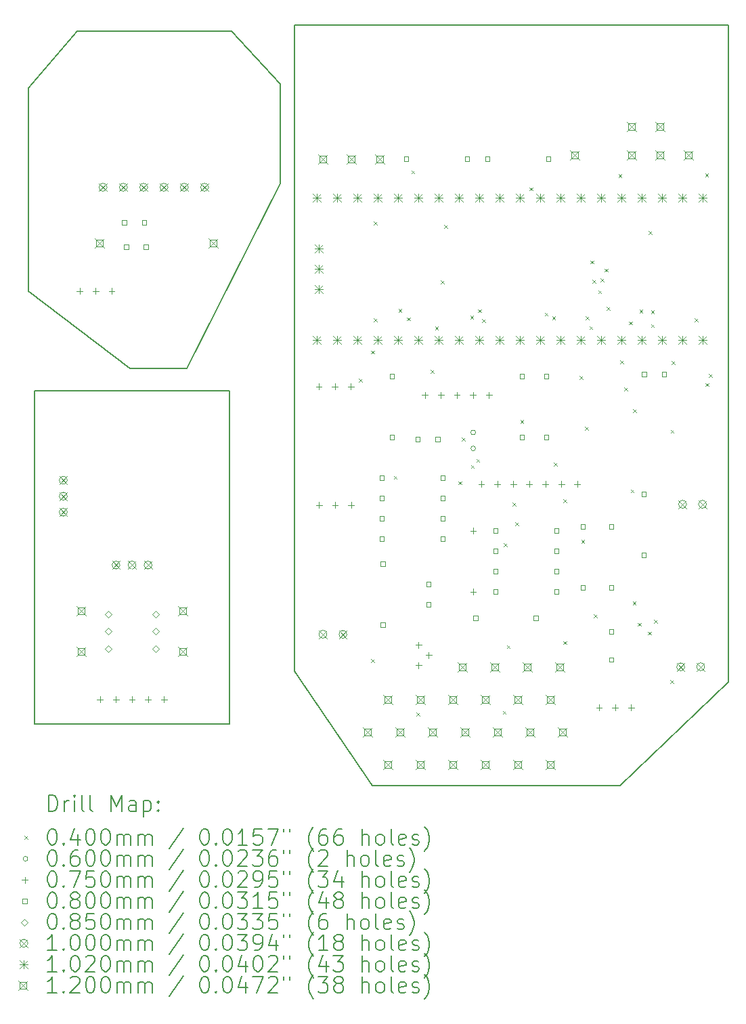
<source format=gbr>
%TF.GenerationSoftware,KiCad,Pcbnew,6.0.11+dfsg-1~bpo11+1*%
%TF.CreationDate,2023-11-13T20:24:25+01:00*%
%TF.ProjectId,v4_pico,76345f70-6963-46f2-9e6b-696361645f70,rev?*%
%TF.SameCoordinates,Original*%
%TF.FileFunction,Drillmap*%
%TF.FilePolarity,Positive*%
%FSLAX45Y45*%
G04 Gerber Fmt 4.5, Leading zero omitted, Abs format (unit mm)*
G04 Created by KiCad (PCBNEW 6.0.11+dfsg-1~bpo11+1) date 2023-11-13 20:24:25*
%MOMM*%
%LPD*%
G01*
G04 APERTURE LIST*
%ADD10C,0.150000*%
%ADD11C,0.200000*%
%ADD12C,0.040000*%
%ADD13C,0.060000*%
%ADD14C,0.075000*%
%ADD15C,0.080000*%
%ADD16C,0.085000*%
%ADD17C,0.100000*%
%ADD18C,0.102000*%
%ADD19C,0.120000*%
G04 APERTURE END LIST*
D10*
X18199100Y-5943600D02*
X18910300Y-5943600D01*
X24332200Y-11165570D02*
X21233400Y-11163030D01*
X21233400Y-11163030D02*
X20256500Y-9728200D01*
X17005300Y-6223000D02*
X19443700Y-6223000D01*
X19443700Y-6223000D02*
X19443700Y-10388600D01*
X19443700Y-10388600D02*
X17005300Y-10388600D01*
X17005300Y-10388600D02*
X17005300Y-6223000D01*
X20078700Y-2387600D02*
X19469100Y-1727200D01*
X25679400Y-1651000D02*
X25679400Y-9867900D01*
X16929100Y-2438400D02*
X16929100Y-4978400D01*
X20256500Y-1651000D02*
X20256500Y-1752600D01*
X25679400Y-9867900D02*
X24332200Y-11165570D01*
X16929100Y-4978400D02*
X18199100Y-5943600D01*
X19469100Y-1727200D02*
X17538700Y-1727200D01*
X20256500Y-1651000D02*
X25679400Y-1651000D01*
X20078700Y-2387600D02*
X20078700Y-3632200D01*
X18910300Y-5943600D02*
X20078700Y-3632200D01*
X17538700Y-1727200D02*
X16929100Y-2438400D01*
X20256500Y-1752600D02*
X20256500Y-9728200D01*
D11*
D12*
X21062570Y-6077010D02*
X21102570Y-6117010D01*
X21102570Y-6077010D02*
X21062570Y-6117010D01*
X21212030Y-9578940D02*
X21252030Y-9618940D01*
X21252030Y-9578940D02*
X21212030Y-9618940D01*
X21217180Y-5724240D02*
X21257180Y-5764240D01*
X21257180Y-5724240D02*
X21217180Y-5764240D01*
X21244970Y-4110770D02*
X21284970Y-4150770D01*
X21284970Y-4110770D02*
X21244970Y-4150770D01*
X21244970Y-5321210D02*
X21284970Y-5361210D01*
X21284970Y-5321210D02*
X21244970Y-5361210D01*
X21497240Y-7289510D02*
X21537240Y-7329510D01*
X21537240Y-7289510D02*
X21497240Y-7329510D01*
X21555970Y-5201420D02*
X21595970Y-5241420D01*
X21595970Y-5201420D02*
X21555970Y-5241420D01*
X21664560Y-5308500D02*
X21704560Y-5348500D01*
X21704560Y-5308500D02*
X21664560Y-5348500D01*
X21718640Y-3471780D02*
X21758640Y-3511780D01*
X21758640Y-3471780D02*
X21718640Y-3511780D01*
X21781160Y-10249580D02*
X21821160Y-10289580D01*
X21821160Y-10249580D02*
X21781160Y-10289580D01*
X21961040Y-5964430D02*
X22001040Y-6004430D01*
X22001040Y-5964430D02*
X21961040Y-6004430D01*
X22013840Y-5420110D02*
X22053840Y-5460110D01*
X22053840Y-5420110D02*
X22013840Y-5460110D01*
X22084450Y-4848400D02*
X22124450Y-4888400D01*
X22124450Y-4848400D02*
X22084450Y-4888400D01*
X22130980Y-4150540D02*
X22170980Y-4190540D01*
X22170980Y-4150540D02*
X22130980Y-4190540D01*
X22304320Y-7357690D02*
X22344320Y-7397690D01*
X22344320Y-7357690D02*
X22304320Y-7397690D01*
X22350640Y-6809390D02*
X22390640Y-6849390D01*
X22390640Y-6809390D02*
X22350640Y-6849390D01*
X22454180Y-5288390D02*
X22494180Y-5328390D01*
X22494180Y-5288390D02*
X22454180Y-5328390D01*
X22462860Y-7155100D02*
X22502860Y-7195100D01*
X22502860Y-7155100D02*
X22462860Y-7195100D01*
X22530970Y-7079280D02*
X22570970Y-7119280D01*
X22570970Y-7079280D02*
X22530970Y-7119280D01*
X22549330Y-5207630D02*
X22589330Y-5247630D01*
X22589330Y-5207630D02*
X22549330Y-5247630D01*
X22600980Y-5331910D02*
X22640980Y-5371910D01*
X22640980Y-5331910D02*
X22600980Y-5371910D01*
X22860840Y-10229070D02*
X22900840Y-10269070D01*
X22900840Y-10229070D02*
X22860840Y-10269070D01*
X22875450Y-8135390D02*
X22915450Y-8175390D01*
X22915450Y-8135390D02*
X22875450Y-8175390D01*
X22911490Y-9406350D02*
X22951490Y-9446350D01*
X22951490Y-9406350D02*
X22911490Y-9446350D01*
X22986640Y-7622510D02*
X23026640Y-7662510D01*
X23026640Y-7622510D02*
X22986640Y-7662510D01*
X23019240Y-7868840D02*
X23059240Y-7908840D01*
X23059240Y-7868840D02*
X23019240Y-7908840D01*
X23081300Y-6593670D02*
X23121300Y-6633670D01*
X23121300Y-6593670D02*
X23081300Y-6633670D01*
X23193830Y-3684150D02*
X23233830Y-3724150D01*
X23233830Y-3684150D02*
X23193830Y-3724150D01*
X23386100Y-5249810D02*
X23426100Y-5289810D01*
X23426100Y-5249810D02*
X23386100Y-5289810D01*
X23480090Y-5297310D02*
X23520090Y-5337310D01*
X23520090Y-5297310D02*
X23480090Y-5337310D01*
X23498870Y-7122860D02*
X23538870Y-7162860D01*
X23538870Y-7122860D02*
X23498870Y-7162860D01*
X23617760Y-9355540D02*
X23657760Y-9395540D01*
X23657760Y-9355540D02*
X23617760Y-9395540D01*
X23621250Y-7583360D02*
X23661250Y-7623360D01*
X23661250Y-7583360D02*
X23621250Y-7623360D01*
X23823580Y-6039720D02*
X23863580Y-6079720D01*
X23863580Y-6039720D02*
X23823580Y-6079720D01*
X23843300Y-8091510D02*
X23883300Y-8131510D01*
X23883300Y-8091510D02*
X23843300Y-8131510D01*
X23888900Y-6673520D02*
X23928900Y-6713520D01*
X23928900Y-6673520D02*
X23888900Y-6713520D01*
X23897100Y-5294840D02*
X23937100Y-5334840D01*
X23937100Y-5294840D02*
X23897100Y-5334840D01*
X23945660Y-5419510D02*
X23985660Y-5459510D01*
X23985660Y-5419510D02*
X23945660Y-5459510D01*
X23958830Y-4597600D02*
X23998830Y-4637600D01*
X23998830Y-4597600D02*
X23958830Y-4637600D01*
X23980560Y-4838510D02*
X24020560Y-4878510D01*
X24020560Y-4838510D02*
X23980560Y-4878510D01*
X24002470Y-9023400D02*
X24042470Y-9063400D01*
X24042470Y-9023400D02*
X24002470Y-9063400D01*
X24054600Y-4969640D02*
X24094600Y-5009640D01*
X24094600Y-4969640D02*
X24054600Y-5009640D01*
X24082750Y-4824420D02*
X24122750Y-4864420D01*
X24122750Y-4824420D02*
X24082750Y-4864420D01*
X24135670Y-4700320D02*
X24175670Y-4740320D01*
X24175670Y-4700320D02*
X24135670Y-4740320D01*
X24160650Y-5177270D02*
X24200650Y-5217270D01*
X24200650Y-5177270D02*
X24160650Y-5217270D01*
X24308690Y-3516950D02*
X24348690Y-3556950D01*
X24348690Y-3516950D02*
X24308690Y-3556950D01*
X24327500Y-5846570D02*
X24367500Y-5886570D01*
X24367500Y-5846570D02*
X24327500Y-5886570D01*
X24379740Y-6188100D02*
X24419740Y-6228100D01*
X24419740Y-6188100D02*
X24379740Y-6228100D01*
X24442430Y-5360020D02*
X24482430Y-5400020D01*
X24482430Y-5360020D02*
X24442430Y-5400020D01*
X24462180Y-7459390D02*
X24502180Y-7499390D01*
X24502180Y-7459390D02*
X24462180Y-7499390D01*
X24485390Y-8860890D02*
X24525390Y-8900890D01*
X24525390Y-8860890D02*
X24485390Y-8900890D01*
X24488750Y-6457990D02*
X24528750Y-6497990D01*
X24528750Y-6457990D02*
X24488750Y-6497990D01*
X24552180Y-9127890D02*
X24592180Y-9167890D01*
X24592180Y-9127890D02*
X24552180Y-9167890D01*
X24570430Y-5214270D02*
X24610430Y-5254270D01*
X24610430Y-5214270D02*
X24570430Y-5254270D01*
X24675960Y-9238470D02*
X24715960Y-9278470D01*
X24715960Y-9238470D02*
X24675960Y-9278470D01*
X24686410Y-4231590D02*
X24726410Y-4271590D01*
X24726410Y-4231590D02*
X24686410Y-4271590D01*
X24714760Y-5393250D02*
X24754760Y-5433250D01*
X24754760Y-5393250D02*
X24714760Y-5433250D01*
X24715500Y-5220260D02*
X24755500Y-5260260D01*
X24755500Y-5220260D02*
X24715500Y-5260260D01*
X24753970Y-9087190D02*
X24793970Y-9127190D01*
X24793970Y-9087190D02*
X24753970Y-9127190D01*
X24958070Y-9844630D02*
X24998070Y-9884630D01*
X24998070Y-9844630D02*
X24958070Y-9884630D01*
X24961180Y-6714410D02*
X25001180Y-6754410D01*
X25001180Y-6714410D02*
X24961180Y-6754410D01*
X24971840Y-5853140D02*
X25011840Y-5893140D01*
X25011840Y-5853140D02*
X24971840Y-5893140D01*
X25258450Y-5319250D02*
X25298450Y-5359250D01*
X25298450Y-5319250D02*
X25258450Y-5359250D01*
X25392700Y-3510600D02*
X25432700Y-3550600D01*
X25432700Y-3510600D02*
X25392700Y-3550600D01*
X25396500Y-6130060D02*
X25436500Y-6170060D01*
X25436500Y-6130060D02*
X25396500Y-6170060D01*
X25436890Y-6017590D02*
X25476890Y-6057590D01*
X25476890Y-6017590D02*
X25436890Y-6057590D01*
D13*
X22521700Y-6746300D02*
G75*
G03*
X22521700Y-6746300I-30000J0D01*
G01*
X22521700Y-6946300D02*
G75*
G03*
X22521700Y-6946300I-30000J0D01*
G01*
D14*
X17570500Y-4940900D02*
X17570500Y-5015900D01*
X17533000Y-4978400D02*
X17608000Y-4978400D01*
X17770500Y-4940900D02*
X17770500Y-5015900D01*
X17733000Y-4978400D02*
X17808000Y-4978400D01*
X17824500Y-10046300D02*
X17824500Y-10121300D01*
X17787000Y-10083800D02*
X17862000Y-10083800D01*
X17970500Y-4940900D02*
X17970500Y-5015900D01*
X17933000Y-4978400D02*
X18008000Y-4978400D01*
X18024500Y-10046300D02*
X18024500Y-10121300D01*
X17987000Y-10083800D02*
X18062000Y-10083800D01*
X18224500Y-10046300D02*
X18224500Y-10121300D01*
X18187000Y-10083800D02*
X18262000Y-10083800D01*
X18424500Y-10046300D02*
X18424500Y-10121300D01*
X18387000Y-10083800D02*
X18462000Y-10083800D01*
X18624500Y-10046300D02*
X18624500Y-10121300D01*
X18587000Y-10083800D02*
X18662000Y-10083800D01*
X20561300Y-6134700D02*
X20561300Y-6209700D01*
X20523800Y-6172200D02*
X20598800Y-6172200D01*
X20564500Y-7616900D02*
X20564500Y-7691900D01*
X20527000Y-7654400D02*
X20602000Y-7654400D01*
X20761300Y-6134700D02*
X20761300Y-6209700D01*
X20723800Y-6172200D02*
X20798800Y-6172200D01*
X20764500Y-7616900D02*
X20764500Y-7691900D01*
X20727000Y-7654400D02*
X20802000Y-7654400D01*
X20961300Y-6134700D02*
X20961300Y-6209700D01*
X20923800Y-6172200D02*
X20998800Y-6172200D01*
X20964500Y-7616900D02*
X20964500Y-7691900D01*
X20927000Y-7654400D02*
X21002000Y-7654400D01*
X21807500Y-9365700D02*
X21807500Y-9440700D01*
X21770000Y-9403200D02*
X21845000Y-9403200D01*
X21807500Y-9619700D02*
X21807500Y-9694700D01*
X21770000Y-9657200D02*
X21845000Y-9657200D01*
X21888500Y-6240500D02*
X21888500Y-6315500D01*
X21851000Y-6278000D02*
X21926000Y-6278000D01*
X21934500Y-9492700D02*
X21934500Y-9567700D01*
X21897000Y-9530200D02*
X21972000Y-9530200D01*
X22088500Y-6240500D02*
X22088500Y-6315500D01*
X22051000Y-6278000D02*
X22126000Y-6278000D01*
X22288500Y-6240500D02*
X22288500Y-6315500D01*
X22251000Y-6278000D02*
X22326000Y-6278000D01*
X22488500Y-6240500D02*
X22488500Y-6315500D01*
X22451000Y-6278000D02*
X22526000Y-6278000D01*
X22491700Y-7937600D02*
X22491700Y-8012600D01*
X22454200Y-7975100D02*
X22529200Y-7975100D01*
X22491700Y-8699600D02*
X22491700Y-8774600D01*
X22454200Y-8737100D02*
X22529200Y-8737100D01*
X22593300Y-7353900D02*
X22593300Y-7428900D01*
X22555800Y-7391400D02*
X22630800Y-7391400D01*
X22688500Y-6240500D02*
X22688500Y-6315500D01*
X22651000Y-6278000D02*
X22726000Y-6278000D01*
X22793300Y-7353900D02*
X22793300Y-7428900D01*
X22755800Y-7391400D02*
X22830800Y-7391400D01*
X22993300Y-7353900D02*
X22993300Y-7428900D01*
X22955800Y-7391400D02*
X23030800Y-7391400D01*
X23193300Y-7353900D02*
X23193300Y-7428900D01*
X23155800Y-7391400D02*
X23230800Y-7391400D01*
X23393300Y-7353900D02*
X23393300Y-7428900D01*
X23355800Y-7391400D02*
X23430800Y-7391400D01*
X23593300Y-7353900D02*
X23593300Y-7428900D01*
X23555800Y-7391400D02*
X23630800Y-7391400D01*
X23793300Y-7353900D02*
X23793300Y-7428900D01*
X23755800Y-7391400D02*
X23830800Y-7391400D01*
X24066500Y-10147900D02*
X24066500Y-10222900D01*
X24029000Y-10185400D02*
X24104000Y-10185400D01*
X24266500Y-10147900D02*
X24266500Y-10222900D01*
X24229000Y-10185400D02*
X24304000Y-10185400D01*
X24466500Y-10147900D02*
X24466500Y-10222900D01*
X24429000Y-10185400D02*
X24504000Y-10185400D01*
D15*
X18154485Y-4153084D02*
X18154485Y-4096515D01*
X18097916Y-4096515D01*
X18097916Y-4153084D01*
X18154485Y-4153084D01*
X18177885Y-4457885D02*
X18177885Y-4401316D01*
X18121316Y-4401316D01*
X18121316Y-4457885D01*
X18177885Y-4457885D01*
X18404485Y-4153084D02*
X18404485Y-4096515D01*
X18347916Y-4096515D01*
X18347916Y-4153084D01*
X18404485Y-4153084D01*
X18427885Y-4457885D02*
X18427885Y-4401316D01*
X18371316Y-4401316D01*
X18371316Y-4457885D01*
X18427885Y-4457885D01*
X21377985Y-7344484D02*
X21377985Y-7287915D01*
X21321416Y-7287915D01*
X21321416Y-7344484D01*
X21377985Y-7344484D01*
X21377985Y-7598484D02*
X21377985Y-7541915D01*
X21321416Y-7541915D01*
X21321416Y-7598484D01*
X21377985Y-7598484D01*
X21377985Y-7852484D02*
X21377985Y-7795915D01*
X21321416Y-7795915D01*
X21321416Y-7852484D01*
X21377985Y-7852484D01*
X21377985Y-8106484D02*
X21377985Y-8049915D01*
X21321416Y-8049915D01*
X21321416Y-8106484D01*
X21377985Y-8106484D01*
X21391785Y-8420485D02*
X21391785Y-8363915D01*
X21335216Y-8363915D01*
X21335216Y-8420485D01*
X21391785Y-8420485D01*
X21391785Y-9182485D02*
X21391785Y-9125916D01*
X21335216Y-9125916D01*
X21335216Y-9182485D01*
X21391785Y-9182485D01*
X21503985Y-6073484D02*
X21503985Y-6016915D01*
X21447416Y-6016915D01*
X21447416Y-6073484D01*
X21503985Y-6073484D01*
X21503985Y-6835484D02*
X21503985Y-6778915D01*
X21447416Y-6778915D01*
X21447416Y-6835484D01*
X21503985Y-6835484D01*
X21681785Y-3355684D02*
X21681785Y-3299115D01*
X21625216Y-3299115D01*
X21625216Y-3355684D01*
X21681785Y-3355684D01*
X21825785Y-6860884D02*
X21825785Y-6804315D01*
X21769216Y-6804315D01*
X21769216Y-6860884D01*
X21825785Y-6860884D01*
X21961185Y-8673045D02*
X21961185Y-8616476D01*
X21904616Y-8616476D01*
X21904616Y-8673045D01*
X21961185Y-8673045D01*
X21961185Y-8923045D02*
X21961185Y-8866476D01*
X21904616Y-8866476D01*
X21904616Y-8923045D01*
X21961185Y-8923045D01*
X22075785Y-6860884D02*
X22075785Y-6804315D01*
X22019216Y-6804315D01*
X22019216Y-6860884D01*
X22075785Y-6860884D01*
X22139985Y-7344484D02*
X22139985Y-7287915D01*
X22083416Y-7287915D01*
X22083416Y-7344484D01*
X22139985Y-7344484D01*
X22139985Y-7598484D02*
X22139985Y-7541915D01*
X22083416Y-7541915D01*
X22083416Y-7598484D01*
X22139985Y-7598484D01*
X22139985Y-7852484D02*
X22139985Y-7795915D01*
X22083416Y-7795915D01*
X22083416Y-7852484D01*
X22139985Y-7852484D01*
X22139985Y-8106484D02*
X22139985Y-8049915D01*
X22083416Y-8049915D01*
X22083416Y-8106484D01*
X22139985Y-8106484D01*
X22443784Y-3355684D02*
X22443784Y-3299115D01*
X22387215Y-3299115D01*
X22387215Y-3355684D01*
X22443784Y-3355684D01*
X22551384Y-9096085D02*
X22551384Y-9039516D01*
X22494815Y-9039516D01*
X22494815Y-9096085D01*
X22551384Y-9096085D01*
X22697784Y-3355684D02*
X22697784Y-3299115D01*
X22641215Y-3299115D01*
X22641215Y-3355684D01*
X22697784Y-3355684D01*
X22800384Y-8004884D02*
X22800384Y-7948315D01*
X22743815Y-7948315D01*
X22743815Y-8004884D01*
X22800384Y-8004884D01*
X22800384Y-8258884D02*
X22800384Y-8202315D01*
X22743815Y-8202315D01*
X22743815Y-8258884D01*
X22800384Y-8258884D01*
X22800384Y-8512885D02*
X22800384Y-8456316D01*
X22743815Y-8456316D01*
X22743815Y-8512885D01*
X22800384Y-8512885D01*
X22800384Y-8766885D02*
X22800384Y-8710316D01*
X22743815Y-8710316D01*
X22743815Y-8766885D01*
X22800384Y-8766885D01*
X23129584Y-6073484D02*
X23129584Y-6016915D01*
X23073015Y-6016915D01*
X23073015Y-6073484D01*
X23129584Y-6073484D01*
X23129584Y-6835484D02*
X23129584Y-6778915D01*
X23073015Y-6778915D01*
X23073015Y-6835484D01*
X23129584Y-6835484D01*
X23301384Y-9096085D02*
X23301384Y-9039516D01*
X23244815Y-9039516D01*
X23244815Y-9096085D01*
X23301384Y-9096085D01*
X23434384Y-6073484D02*
X23434384Y-6016915D01*
X23377815Y-6016915D01*
X23377815Y-6073484D01*
X23434384Y-6073484D01*
X23434384Y-6835484D02*
X23434384Y-6778915D01*
X23377815Y-6778915D01*
X23377815Y-6835484D01*
X23434384Y-6835484D01*
X23459784Y-3355684D02*
X23459784Y-3299115D01*
X23403215Y-3299115D01*
X23403215Y-3355684D01*
X23459784Y-3355684D01*
X23562384Y-8004884D02*
X23562384Y-7948315D01*
X23505815Y-7948315D01*
X23505815Y-8004884D01*
X23562384Y-8004884D01*
X23562384Y-8258884D02*
X23562384Y-8202315D01*
X23505815Y-8202315D01*
X23505815Y-8258884D01*
X23562384Y-8258884D01*
X23562384Y-8512885D02*
X23562384Y-8456316D01*
X23505815Y-8456316D01*
X23505815Y-8512885D01*
X23562384Y-8512885D01*
X23562384Y-8766885D02*
X23562384Y-8710316D01*
X23505815Y-8710316D01*
X23505815Y-8766885D01*
X23562384Y-8766885D01*
X23891584Y-7953084D02*
X23891584Y-7896515D01*
X23835015Y-7896515D01*
X23835015Y-7953084D01*
X23891584Y-7953084D01*
X23891584Y-8715085D02*
X23891584Y-8658516D01*
X23835015Y-8658516D01*
X23835015Y-8715085D01*
X23891584Y-8715085D01*
X24247184Y-7953084D02*
X24247184Y-7896515D01*
X24190615Y-7896515D01*
X24190615Y-7953084D01*
X24247184Y-7953084D01*
X24247184Y-8715085D02*
X24247184Y-8658516D01*
X24190615Y-8658516D01*
X24190615Y-8715085D01*
X24247184Y-8715085D01*
X24247184Y-9266955D02*
X24247184Y-9210386D01*
X24190615Y-9210386D01*
X24190615Y-9266955D01*
X24247184Y-9266955D01*
X24247184Y-9616955D02*
X24247184Y-9560386D01*
X24190615Y-9560386D01*
X24190615Y-9616955D01*
X24247184Y-9616955D01*
X24653584Y-7546684D02*
X24653584Y-7490115D01*
X24597015Y-7490115D01*
X24597015Y-7546684D01*
X24653584Y-7546684D01*
X24653584Y-8308684D02*
X24653584Y-8252115D01*
X24597015Y-8252115D01*
X24597015Y-8308684D01*
X24653584Y-8308684D01*
X24657584Y-6048084D02*
X24657584Y-5991515D01*
X24601015Y-5991515D01*
X24601015Y-6048084D01*
X24657584Y-6048084D01*
X24907584Y-6048084D02*
X24907584Y-5991515D01*
X24851015Y-5991515D01*
X24851015Y-6048084D01*
X24907584Y-6048084D01*
D16*
X17929500Y-9061100D02*
X17972000Y-9018600D01*
X17929500Y-8976100D01*
X17887000Y-9018600D01*
X17929500Y-9061100D01*
X17929500Y-9276100D02*
X17972000Y-9233600D01*
X17929500Y-9191100D01*
X17887000Y-9233600D01*
X17929500Y-9276100D01*
X17929500Y-9491100D02*
X17972000Y-9448600D01*
X17929500Y-9406100D01*
X17887000Y-9448600D01*
X17929500Y-9491100D01*
X18519500Y-9061100D02*
X18562000Y-9018600D01*
X18519500Y-8976100D01*
X18477000Y-9018600D01*
X18519500Y-9061100D01*
X18519500Y-9276100D02*
X18562000Y-9233600D01*
X18519500Y-9191100D01*
X18477000Y-9233600D01*
X18519500Y-9276100D01*
X18519500Y-9491100D02*
X18562000Y-9448600D01*
X18519500Y-9406100D01*
X18477000Y-9448600D01*
X18519500Y-9491100D01*
D17*
X17314500Y-7294600D02*
X17414500Y-7394600D01*
X17414500Y-7294600D02*
X17314500Y-7394600D01*
X17414500Y-7344600D02*
G75*
G03*
X17414500Y-7344600I-50000J0D01*
G01*
X17314500Y-7494600D02*
X17414500Y-7594600D01*
X17414500Y-7494600D02*
X17314500Y-7594600D01*
X17414500Y-7544600D02*
G75*
G03*
X17414500Y-7544600I-50000J0D01*
G01*
X17314500Y-7694600D02*
X17414500Y-7794600D01*
X17414500Y-7694600D02*
X17314500Y-7794600D01*
X17414500Y-7744600D02*
G75*
G03*
X17414500Y-7744600I-50000J0D01*
G01*
X17811900Y-3631600D02*
X17911900Y-3731600D01*
X17911900Y-3631600D02*
X17811900Y-3731600D01*
X17911900Y-3681600D02*
G75*
G03*
X17911900Y-3681600I-50000J0D01*
G01*
X17974500Y-8354600D02*
X18074500Y-8454600D01*
X18074500Y-8354600D02*
X17974500Y-8454600D01*
X18074500Y-8404600D02*
G75*
G03*
X18074500Y-8404600I-50000J0D01*
G01*
X18065900Y-3631600D02*
X18165900Y-3731600D01*
X18165900Y-3631600D02*
X18065900Y-3731600D01*
X18165900Y-3681600D02*
G75*
G03*
X18165900Y-3681600I-50000J0D01*
G01*
X18174500Y-8354600D02*
X18274500Y-8454600D01*
X18274500Y-8354600D02*
X18174500Y-8454600D01*
X18274500Y-8404600D02*
G75*
G03*
X18274500Y-8404600I-50000J0D01*
G01*
X18319900Y-3631600D02*
X18419900Y-3731600D01*
X18419900Y-3631600D02*
X18319900Y-3731600D01*
X18419900Y-3681600D02*
G75*
G03*
X18419900Y-3681600I-50000J0D01*
G01*
X18374500Y-8354600D02*
X18474500Y-8454600D01*
X18474500Y-8354600D02*
X18374500Y-8454600D01*
X18474500Y-8404600D02*
G75*
G03*
X18474500Y-8404600I-50000J0D01*
G01*
X18573900Y-3631600D02*
X18673900Y-3731600D01*
X18673900Y-3631600D02*
X18573900Y-3731600D01*
X18673900Y-3681600D02*
G75*
G03*
X18673900Y-3681600I-50000J0D01*
G01*
X18827900Y-3631600D02*
X18927900Y-3731600D01*
X18927900Y-3631600D02*
X18827900Y-3731600D01*
X18927900Y-3681600D02*
G75*
G03*
X18927900Y-3681600I-50000J0D01*
G01*
X19081900Y-3631600D02*
X19181900Y-3731600D01*
X19181900Y-3631600D02*
X19081900Y-3731600D01*
X19181900Y-3681600D02*
G75*
G03*
X19181900Y-3681600I-50000J0D01*
G01*
X20562100Y-9221000D02*
X20662100Y-9321000D01*
X20662100Y-9221000D02*
X20562100Y-9321000D01*
X20662100Y-9271000D02*
G75*
G03*
X20662100Y-9271000I-50000J0D01*
G01*
X20812100Y-9221000D02*
X20912100Y-9321000D01*
X20912100Y-9221000D02*
X20812100Y-9321000D01*
X20912100Y-9271000D02*
G75*
G03*
X20912100Y-9271000I-50000J0D01*
G01*
X25036500Y-9627400D02*
X25136500Y-9727400D01*
X25136500Y-9627400D02*
X25036500Y-9727400D01*
X25136500Y-9677400D02*
G75*
G03*
X25136500Y-9677400I-50000J0D01*
G01*
X25059900Y-7595400D02*
X25159900Y-7695400D01*
X25159900Y-7595400D02*
X25059900Y-7695400D01*
X25159900Y-7645400D02*
G75*
G03*
X25159900Y-7645400I-50000J0D01*
G01*
X25286500Y-9627400D02*
X25386500Y-9727400D01*
X25386500Y-9627400D02*
X25286500Y-9727400D01*
X25386500Y-9677400D02*
G75*
G03*
X25386500Y-9677400I-50000J0D01*
G01*
X25309900Y-7595400D02*
X25409900Y-7695400D01*
X25409900Y-7595400D02*
X25309900Y-7695400D01*
X25409900Y-7645400D02*
G75*
G03*
X25409900Y-7645400I-50000J0D01*
G01*
D18*
X20486500Y-3759000D02*
X20588500Y-3861000D01*
X20588500Y-3759000D02*
X20486500Y-3861000D01*
X20537500Y-3759000D02*
X20537500Y-3861000D01*
X20486500Y-3810000D02*
X20588500Y-3810000D01*
X20486500Y-5537000D02*
X20588500Y-5639000D01*
X20588500Y-5537000D02*
X20486500Y-5639000D01*
X20537500Y-5537000D02*
X20537500Y-5639000D01*
X20486500Y-5588000D02*
X20588500Y-5588000D01*
X20509500Y-4394000D02*
X20611500Y-4496000D01*
X20611500Y-4394000D02*
X20509500Y-4496000D01*
X20560500Y-4394000D02*
X20560500Y-4496000D01*
X20509500Y-4445000D02*
X20611500Y-4445000D01*
X20509500Y-4648000D02*
X20611500Y-4750000D01*
X20611500Y-4648000D02*
X20509500Y-4750000D01*
X20560500Y-4648000D02*
X20560500Y-4750000D01*
X20509500Y-4699000D02*
X20611500Y-4699000D01*
X20509500Y-4902000D02*
X20611500Y-5004000D01*
X20611500Y-4902000D02*
X20509500Y-5004000D01*
X20560500Y-4902000D02*
X20560500Y-5004000D01*
X20509500Y-4953000D02*
X20611500Y-4953000D01*
X20740500Y-3759000D02*
X20842500Y-3861000D01*
X20842500Y-3759000D02*
X20740500Y-3861000D01*
X20791500Y-3759000D02*
X20791500Y-3861000D01*
X20740500Y-3810000D02*
X20842500Y-3810000D01*
X20740500Y-5537000D02*
X20842500Y-5639000D01*
X20842500Y-5537000D02*
X20740500Y-5639000D01*
X20791500Y-5537000D02*
X20791500Y-5639000D01*
X20740500Y-5588000D02*
X20842500Y-5588000D01*
X20994500Y-3759000D02*
X21096500Y-3861000D01*
X21096500Y-3759000D02*
X20994500Y-3861000D01*
X21045500Y-3759000D02*
X21045500Y-3861000D01*
X20994500Y-3810000D02*
X21096500Y-3810000D01*
X20994500Y-5537000D02*
X21096500Y-5639000D01*
X21096500Y-5537000D02*
X20994500Y-5639000D01*
X21045500Y-5537000D02*
X21045500Y-5639000D01*
X20994500Y-5588000D02*
X21096500Y-5588000D01*
X21248500Y-3759000D02*
X21350500Y-3861000D01*
X21350500Y-3759000D02*
X21248500Y-3861000D01*
X21299500Y-3759000D02*
X21299500Y-3861000D01*
X21248500Y-3810000D02*
X21350500Y-3810000D01*
X21248500Y-5537000D02*
X21350500Y-5639000D01*
X21350500Y-5537000D02*
X21248500Y-5639000D01*
X21299500Y-5537000D02*
X21299500Y-5639000D01*
X21248500Y-5588000D02*
X21350500Y-5588000D01*
X21502500Y-3759000D02*
X21604500Y-3861000D01*
X21604500Y-3759000D02*
X21502500Y-3861000D01*
X21553500Y-3759000D02*
X21553500Y-3861000D01*
X21502500Y-3810000D02*
X21604500Y-3810000D01*
X21502500Y-5537000D02*
X21604500Y-5639000D01*
X21604500Y-5537000D02*
X21502500Y-5639000D01*
X21553500Y-5537000D02*
X21553500Y-5639000D01*
X21502500Y-5588000D02*
X21604500Y-5588000D01*
X21756500Y-3759000D02*
X21858500Y-3861000D01*
X21858500Y-3759000D02*
X21756500Y-3861000D01*
X21807500Y-3759000D02*
X21807500Y-3861000D01*
X21756500Y-3810000D02*
X21858500Y-3810000D01*
X21756500Y-5537000D02*
X21858500Y-5639000D01*
X21858500Y-5537000D02*
X21756500Y-5639000D01*
X21807500Y-5537000D02*
X21807500Y-5639000D01*
X21756500Y-5588000D02*
X21858500Y-5588000D01*
X22010500Y-3759000D02*
X22112500Y-3861000D01*
X22112500Y-3759000D02*
X22010500Y-3861000D01*
X22061500Y-3759000D02*
X22061500Y-3861000D01*
X22010500Y-3810000D02*
X22112500Y-3810000D01*
X22010500Y-5537000D02*
X22112500Y-5639000D01*
X22112500Y-5537000D02*
X22010500Y-5639000D01*
X22061500Y-5537000D02*
X22061500Y-5639000D01*
X22010500Y-5588000D02*
X22112500Y-5588000D01*
X22264500Y-3759000D02*
X22366500Y-3861000D01*
X22366500Y-3759000D02*
X22264500Y-3861000D01*
X22315500Y-3759000D02*
X22315500Y-3861000D01*
X22264500Y-3810000D02*
X22366500Y-3810000D01*
X22264500Y-5537000D02*
X22366500Y-5639000D01*
X22366500Y-5537000D02*
X22264500Y-5639000D01*
X22315500Y-5537000D02*
X22315500Y-5639000D01*
X22264500Y-5588000D02*
X22366500Y-5588000D01*
X22518500Y-3759000D02*
X22620500Y-3861000D01*
X22620500Y-3759000D02*
X22518500Y-3861000D01*
X22569500Y-3759000D02*
X22569500Y-3861000D01*
X22518500Y-3810000D02*
X22620500Y-3810000D01*
X22518500Y-5537000D02*
X22620500Y-5639000D01*
X22620500Y-5537000D02*
X22518500Y-5639000D01*
X22569500Y-5537000D02*
X22569500Y-5639000D01*
X22518500Y-5588000D02*
X22620500Y-5588000D01*
X22772500Y-3759000D02*
X22874500Y-3861000D01*
X22874500Y-3759000D02*
X22772500Y-3861000D01*
X22823500Y-3759000D02*
X22823500Y-3861000D01*
X22772500Y-3810000D02*
X22874500Y-3810000D01*
X22772500Y-5537000D02*
X22874500Y-5639000D01*
X22874500Y-5537000D02*
X22772500Y-5639000D01*
X22823500Y-5537000D02*
X22823500Y-5639000D01*
X22772500Y-5588000D02*
X22874500Y-5588000D01*
X23026500Y-3759000D02*
X23128500Y-3861000D01*
X23128500Y-3759000D02*
X23026500Y-3861000D01*
X23077500Y-3759000D02*
X23077500Y-3861000D01*
X23026500Y-3810000D02*
X23128500Y-3810000D01*
X23026500Y-5537000D02*
X23128500Y-5639000D01*
X23128500Y-5537000D02*
X23026500Y-5639000D01*
X23077500Y-5537000D02*
X23077500Y-5639000D01*
X23026500Y-5588000D02*
X23128500Y-5588000D01*
X23280500Y-3759000D02*
X23382500Y-3861000D01*
X23382500Y-3759000D02*
X23280500Y-3861000D01*
X23331500Y-3759000D02*
X23331500Y-3861000D01*
X23280500Y-3810000D02*
X23382500Y-3810000D01*
X23280500Y-5537000D02*
X23382500Y-5639000D01*
X23382500Y-5537000D02*
X23280500Y-5639000D01*
X23331500Y-5537000D02*
X23331500Y-5639000D01*
X23280500Y-5588000D02*
X23382500Y-5588000D01*
X23534500Y-3759000D02*
X23636500Y-3861000D01*
X23636500Y-3759000D02*
X23534500Y-3861000D01*
X23585500Y-3759000D02*
X23585500Y-3861000D01*
X23534500Y-3810000D02*
X23636500Y-3810000D01*
X23534500Y-5537000D02*
X23636500Y-5639000D01*
X23636500Y-5537000D02*
X23534500Y-5639000D01*
X23585500Y-5537000D02*
X23585500Y-5639000D01*
X23534500Y-5588000D02*
X23636500Y-5588000D01*
X23788500Y-3759000D02*
X23890500Y-3861000D01*
X23890500Y-3759000D02*
X23788500Y-3861000D01*
X23839500Y-3759000D02*
X23839500Y-3861000D01*
X23788500Y-3810000D02*
X23890500Y-3810000D01*
X23788500Y-5537000D02*
X23890500Y-5639000D01*
X23890500Y-5537000D02*
X23788500Y-5639000D01*
X23839500Y-5537000D02*
X23839500Y-5639000D01*
X23788500Y-5588000D02*
X23890500Y-5588000D01*
X24042500Y-3759000D02*
X24144500Y-3861000D01*
X24144500Y-3759000D02*
X24042500Y-3861000D01*
X24093500Y-3759000D02*
X24093500Y-3861000D01*
X24042500Y-3810000D02*
X24144500Y-3810000D01*
X24042500Y-5537000D02*
X24144500Y-5639000D01*
X24144500Y-5537000D02*
X24042500Y-5639000D01*
X24093500Y-5537000D02*
X24093500Y-5639000D01*
X24042500Y-5588000D02*
X24144500Y-5588000D01*
X24296500Y-3759000D02*
X24398500Y-3861000D01*
X24398500Y-3759000D02*
X24296500Y-3861000D01*
X24347500Y-3759000D02*
X24347500Y-3861000D01*
X24296500Y-3810000D02*
X24398500Y-3810000D01*
X24296500Y-5537000D02*
X24398500Y-5639000D01*
X24398500Y-5537000D02*
X24296500Y-5639000D01*
X24347500Y-5537000D02*
X24347500Y-5639000D01*
X24296500Y-5588000D02*
X24398500Y-5588000D01*
X24550500Y-3759000D02*
X24652500Y-3861000D01*
X24652500Y-3759000D02*
X24550500Y-3861000D01*
X24601500Y-3759000D02*
X24601500Y-3861000D01*
X24550500Y-3810000D02*
X24652500Y-3810000D01*
X24550500Y-5537000D02*
X24652500Y-5639000D01*
X24652500Y-5537000D02*
X24550500Y-5639000D01*
X24601500Y-5537000D02*
X24601500Y-5639000D01*
X24550500Y-5588000D02*
X24652500Y-5588000D01*
X24804500Y-3759000D02*
X24906500Y-3861000D01*
X24906500Y-3759000D02*
X24804500Y-3861000D01*
X24855500Y-3759000D02*
X24855500Y-3861000D01*
X24804500Y-3810000D02*
X24906500Y-3810000D01*
X24804500Y-5537000D02*
X24906500Y-5639000D01*
X24906500Y-5537000D02*
X24804500Y-5639000D01*
X24855500Y-5537000D02*
X24855500Y-5639000D01*
X24804500Y-5588000D02*
X24906500Y-5588000D01*
X25058500Y-3759000D02*
X25160500Y-3861000D01*
X25160500Y-3759000D02*
X25058500Y-3861000D01*
X25109500Y-3759000D02*
X25109500Y-3861000D01*
X25058500Y-3810000D02*
X25160500Y-3810000D01*
X25058500Y-5537000D02*
X25160500Y-5639000D01*
X25160500Y-5537000D02*
X25058500Y-5639000D01*
X25109500Y-5537000D02*
X25109500Y-5639000D01*
X25058500Y-5588000D02*
X25160500Y-5588000D01*
X25312500Y-3759000D02*
X25414500Y-3861000D01*
X25414500Y-3759000D02*
X25312500Y-3861000D01*
X25363500Y-3759000D02*
X25363500Y-3861000D01*
X25312500Y-3810000D02*
X25414500Y-3810000D01*
X25312500Y-5537000D02*
X25414500Y-5639000D01*
X25414500Y-5537000D02*
X25312500Y-5639000D01*
X25363500Y-5537000D02*
X25363500Y-5639000D01*
X25312500Y-5588000D02*
X25414500Y-5588000D01*
D19*
X17529500Y-8919600D02*
X17649500Y-9039600D01*
X17649500Y-8919600D02*
X17529500Y-9039600D01*
X17631927Y-9022027D02*
X17631927Y-8937173D01*
X17547073Y-8937173D01*
X17547073Y-9022027D01*
X17631927Y-9022027D01*
X17529500Y-9427600D02*
X17649500Y-9547600D01*
X17649500Y-9427600D02*
X17529500Y-9547600D01*
X17631927Y-9530027D02*
X17631927Y-9445173D01*
X17547073Y-9445173D01*
X17547073Y-9530027D01*
X17631927Y-9530027D01*
X17757400Y-4318800D02*
X17877400Y-4438800D01*
X17877400Y-4318800D02*
X17757400Y-4438800D01*
X17859827Y-4421227D02*
X17859827Y-4336373D01*
X17774973Y-4336373D01*
X17774973Y-4421227D01*
X17859827Y-4421227D01*
X18799500Y-8919600D02*
X18919500Y-9039600D01*
X18919500Y-8919600D02*
X18799500Y-9039600D01*
X18901927Y-9022027D02*
X18901927Y-8937173D01*
X18817073Y-8937173D01*
X18817073Y-9022027D01*
X18901927Y-9022027D01*
X18799500Y-9427600D02*
X18919500Y-9547600D01*
X18919500Y-9427600D02*
X18799500Y-9547600D01*
X18901927Y-9530027D02*
X18901927Y-9445173D01*
X18817073Y-9445173D01*
X18817073Y-9530027D01*
X18901927Y-9530027D01*
X19179800Y-4318800D02*
X19299800Y-4438800D01*
X19299800Y-4318800D02*
X19179800Y-4438800D01*
X19282227Y-4421227D02*
X19282227Y-4336373D01*
X19197373Y-4336373D01*
X19197373Y-4421227D01*
X19282227Y-4421227D01*
X20552100Y-3267400D02*
X20672100Y-3387400D01*
X20672100Y-3267400D02*
X20552100Y-3387400D01*
X20654527Y-3369827D02*
X20654527Y-3284973D01*
X20569673Y-3284973D01*
X20569673Y-3369827D01*
X20654527Y-3369827D01*
X20907700Y-3267400D02*
X21027700Y-3387400D01*
X21027700Y-3267400D02*
X20907700Y-3387400D01*
X21010127Y-3369827D02*
X21010127Y-3284973D01*
X20925273Y-3284973D01*
X20925273Y-3369827D01*
X21010127Y-3369827D01*
X21110900Y-10430200D02*
X21230900Y-10550200D01*
X21230900Y-10430200D02*
X21110900Y-10550200D01*
X21213327Y-10532627D02*
X21213327Y-10447773D01*
X21128473Y-10447773D01*
X21128473Y-10532627D01*
X21213327Y-10532627D01*
X21263300Y-3267400D02*
X21383300Y-3387400D01*
X21383300Y-3267400D02*
X21263300Y-3387400D01*
X21365727Y-3369827D02*
X21365727Y-3284973D01*
X21280873Y-3284973D01*
X21280873Y-3369827D01*
X21365727Y-3369827D01*
X21364900Y-10023800D02*
X21484900Y-10143800D01*
X21484900Y-10023800D02*
X21364900Y-10143800D01*
X21467327Y-10126227D02*
X21467327Y-10041373D01*
X21382473Y-10041373D01*
X21382473Y-10126227D01*
X21467327Y-10126227D01*
X21364900Y-10836600D02*
X21484900Y-10956600D01*
X21484900Y-10836600D02*
X21364900Y-10956600D01*
X21467327Y-10939027D02*
X21467327Y-10854173D01*
X21382473Y-10854173D01*
X21382473Y-10939027D01*
X21467327Y-10939027D01*
X21517300Y-10430200D02*
X21637300Y-10550200D01*
X21637300Y-10430200D02*
X21517300Y-10550200D01*
X21619727Y-10532627D02*
X21619727Y-10447773D01*
X21534873Y-10447773D01*
X21534873Y-10532627D01*
X21619727Y-10532627D01*
X21771300Y-10023800D02*
X21891300Y-10143800D01*
X21891300Y-10023800D02*
X21771300Y-10143800D01*
X21873727Y-10126227D02*
X21873727Y-10041373D01*
X21788873Y-10041373D01*
X21788873Y-10126227D01*
X21873727Y-10126227D01*
X21771300Y-10836600D02*
X21891300Y-10956600D01*
X21891300Y-10836600D02*
X21771300Y-10956600D01*
X21873727Y-10939027D02*
X21873727Y-10854173D01*
X21788873Y-10854173D01*
X21788873Y-10939027D01*
X21873727Y-10939027D01*
X21923700Y-10430200D02*
X22043700Y-10550200D01*
X22043700Y-10430200D02*
X21923700Y-10550200D01*
X22026127Y-10532627D02*
X22026127Y-10447773D01*
X21941273Y-10447773D01*
X21941273Y-10532627D01*
X22026127Y-10532627D01*
X22177700Y-10023800D02*
X22297700Y-10143800D01*
X22297700Y-10023800D02*
X22177700Y-10143800D01*
X22280127Y-10126227D02*
X22280127Y-10041373D01*
X22195273Y-10041373D01*
X22195273Y-10126227D01*
X22280127Y-10126227D01*
X22177700Y-10836600D02*
X22297700Y-10956600D01*
X22297700Y-10836600D02*
X22177700Y-10956600D01*
X22280127Y-10939027D02*
X22280127Y-10854173D01*
X22195273Y-10854173D01*
X22195273Y-10939027D01*
X22280127Y-10939027D01*
X22294100Y-9617400D02*
X22414100Y-9737400D01*
X22414100Y-9617400D02*
X22294100Y-9737400D01*
X22396527Y-9719827D02*
X22396527Y-9634973D01*
X22311673Y-9634973D01*
X22311673Y-9719827D01*
X22396527Y-9719827D01*
X22330100Y-10430200D02*
X22450100Y-10550200D01*
X22450100Y-10430200D02*
X22330100Y-10550200D01*
X22432527Y-10532627D02*
X22432527Y-10447773D01*
X22347673Y-10447773D01*
X22347673Y-10532627D01*
X22432527Y-10532627D01*
X22584100Y-10023800D02*
X22704100Y-10143800D01*
X22704100Y-10023800D02*
X22584100Y-10143800D01*
X22686527Y-10126227D02*
X22686527Y-10041373D01*
X22601673Y-10041373D01*
X22601673Y-10126227D01*
X22686527Y-10126227D01*
X22584100Y-10836600D02*
X22704100Y-10956600D01*
X22704100Y-10836600D02*
X22584100Y-10956600D01*
X22686527Y-10939027D02*
X22686527Y-10854173D01*
X22601673Y-10854173D01*
X22601673Y-10939027D01*
X22686527Y-10939027D01*
X22700500Y-9617400D02*
X22820500Y-9737400D01*
X22820500Y-9617400D02*
X22700500Y-9737400D01*
X22802927Y-9719827D02*
X22802927Y-9634973D01*
X22718073Y-9634973D01*
X22718073Y-9719827D01*
X22802927Y-9719827D01*
X22736500Y-10430200D02*
X22856500Y-10550200D01*
X22856500Y-10430200D02*
X22736500Y-10550200D01*
X22838927Y-10532627D02*
X22838927Y-10447773D01*
X22754073Y-10447773D01*
X22754073Y-10532627D01*
X22838927Y-10532627D01*
X22990500Y-10023800D02*
X23110500Y-10143800D01*
X23110500Y-10023800D02*
X22990500Y-10143800D01*
X23092927Y-10126227D02*
X23092927Y-10041373D01*
X23008073Y-10041373D01*
X23008073Y-10126227D01*
X23092927Y-10126227D01*
X22990500Y-10836600D02*
X23110500Y-10956600D01*
X23110500Y-10836600D02*
X22990500Y-10956600D01*
X23092927Y-10939027D02*
X23092927Y-10854173D01*
X23008073Y-10854173D01*
X23008073Y-10939027D01*
X23092927Y-10939027D01*
X23106900Y-9617400D02*
X23226900Y-9737400D01*
X23226900Y-9617400D02*
X23106900Y-9737400D01*
X23209327Y-9719827D02*
X23209327Y-9634973D01*
X23124473Y-9634973D01*
X23124473Y-9719827D01*
X23209327Y-9719827D01*
X23142900Y-10430200D02*
X23262900Y-10550200D01*
X23262900Y-10430200D02*
X23142900Y-10550200D01*
X23245327Y-10532627D02*
X23245327Y-10447773D01*
X23160473Y-10447773D01*
X23160473Y-10532627D01*
X23245327Y-10532627D01*
X23396900Y-10023800D02*
X23516900Y-10143800D01*
X23516900Y-10023800D02*
X23396900Y-10143800D01*
X23499327Y-10126227D02*
X23499327Y-10041373D01*
X23414473Y-10041373D01*
X23414473Y-10126227D01*
X23499327Y-10126227D01*
X23396900Y-10836600D02*
X23516900Y-10956600D01*
X23516900Y-10836600D02*
X23396900Y-10956600D01*
X23499327Y-10939027D02*
X23499327Y-10854173D01*
X23414473Y-10854173D01*
X23414473Y-10939027D01*
X23499327Y-10939027D01*
X23513300Y-9617400D02*
X23633300Y-9737400D01*
X23633300Y-9617400D02*
X23513300Y-9737400D01*
X23615727Y-9719827D02*
X23615727Y-9634973D01*
X23530873Y-9634973D01*
X23530873Y-9719827D01*
X23615727Y-9719827D01*
X23549300Y-10430200D02*
X23669300Y-10550200D01*
X23669300Y-10430200D02*
X23549300Y-10550200D01*
X23651727Y-10532627D02*
X23651727Y-10447773D01*
X23566873Y-10447773D01*
X23566873Y-10532627D01*
X23651727Y-10532627D01*
X23701700Y-3216600D02*
X23821700Y-3336600D01*
X23821700Y-3216600D02*
X23701700Y-3336600D01*
X23804127Y-3319027D02*
X23804127Y-3234173D01*
X23719273Y-3234173D01*
X23719273Y-3319027D01*
X23804127Y-3319027D01*
X24412900Y-2861000D02*
X24532900Y-2981000D01*
X24532900Y-2861000D02*
X24412900Y-2981000D01*
X24515327Y-2963427D02*
X24515327Y-2878573D01*
X24430473Y-2878573D01*
X24430473Y-2963427D01*
X24515327Y-2963427D01*
X24412900Y-3216600D02*
X24532900Y-3336600D01*
X24532900Y-3216600D02*
X24412900Y-3336600D01*
X24515327Y-3319027D02*
X24515327Y-3234173D01*
X24430473Y-3234173D01*
X24430473Y-3319027D01*
X24515327Y-3319027D01*
X24768500Y-2861000D02*
X24888500Y-2981000D01*
X24888500Y-2861000D02*
X24768500Y-2981000D01*
X24870927Y-2963427D02*
X24870927Y-2878573D01*
X24786073Y-2878573D01*
X24786073Y-2963427D01*
X24870927Y-2963427D01*
X24768500Y-3216600D02*
X24888500Y-3336600D01*
X24888500Y-3216600D02*
X24768500Y-3336600D01*
X24870927Y-3319027D02*
X24870927Y-3234173D01*
X24786073Y-3234173D01*
X24786073Y-3319027D01*
X24870927Y-3319027D01*
X25124100Y-3216600D02*
X25244100Y-3336600D01*
X25244100Y-3216600D02*
X25124100Y-3336600D01*
X25226527Y-3319027D02*
X25226527Y-3234173D01*
X25141673Y-3234173D01*
X25141673Y-3319027D01*
X25226527Y-3319027D01*
D11*
X17179219Y-11483546D02*
X17179219Y-11283546D01*
X17226838Y-11283546D01*
X17255410Y-11293070D01*
X17274457Y-11312118D01*
X17283981Y-11331165D01*
X17293505Y-11369260D01*
X17293505Y-11397832D01*
X17283981Y-11435927D01*
X17274457Y-11454975D01*
X17255410Y-11474022D01*
X17226838Y-11483546D01*
X17179219Y-11483546D01*
X17379219Y-11483546D02*
X17379219Y-11350213D01*
X17379219Y-11388308D02*
X17388743Y-11369260D01*
X17398267Y-11359737D01*
X17417314Y-11350213D01*
X17436362Y-11350213D01*
X17503029Y-11483546D02*
X17503029Y-11350213D01*
X17503029Y-11283546D02*
X17493505Y-11293070D01*
X17503029Y-11302594D01*
X17512552Y-11293070D01*
X17503029Y-11283546D01*
X17503029Y-11302594D01*
X17626838Y-11483546D02*
X17607790Y-11474022D01*
X17598267Y-11454975D01*
X17598267Y-11283546D01*
X17731600Y-11483546D02*
X17712552Y-11474022D01*
X17703029Y-11454975D01*
X17703029Y-11283546D01*
X17960171Y-11483546D02*
X17960171Y-11283546D01*
X18026838Y-11426403D01*
X18093505Y-11283546D01*
X18093505Y-11483546D01*
X18274457Y-11483546D02*
X18274457Y-11378784D01*
X18264933Y-11359737D01*
X18245886Y-11350213D01*
X18207790Y-11350213D01*
X18188743Y-11359737D01*
X18274457Y-11474022D02*
X18255410Y-11483546D01*
X18207790Y-11483546D01*
X18188743Y-11474022D01*
X18179219Y-11454975D01*
X18179219Y-11435927D01*
X18188743Y-11416879D01*
X18207790Y-11407356D01*
X18255410Y-11407356D01*
X18274457Y-11397832D01*
X18369695Y-11350213D02*
X18369695Y-11550213D01*
X18369695Y-11359737D02*
X18388743Y-11350213D01*
X18426838Y-11350213D01*
X18445886Y-11359737D01*
X18455410Y-11369260D01*
X18464933Y-11388308D01*
X18464933Y-11445451D01*
X18455410Y-11464498D01*
X18445886Y-11474022D01*
X18426838Y-11483546D01*
X18388743Y-11483546D01*
X18369695Y-11474022D01*
X18550648Y-11464498D02*
X18560171Y-11474022D01*
X18550648Y-11483546D01*
X18541124Y-11474022D01*
X18550648Y-11464498D01*
X18550648Y-11483546D01*
X18550648Y-11359737D02*
X18560171Y-11369260D01*
X18550648Y-11378784D01*
X18541124Y-11369260D01*
X18550648Y-11359737D01*
X18550648Y-11378784D01*
D12*
X16881600Y-11793070D02*
X16921600Y-11833070D01*
X16921600Y-11793070D02*
X16881600Y-11833070D01*
D11*
X17217314Y-11703546D02*
X17236362Y-11703546D01*
X17255410Y-11713070D01*
X17264933Y-11722594D01*
X17274457Y-11741641D01*
X17283981Y-11779737D01*
X17283981Y-11827356D01*
X17274457Y-11865451D01*
X17264933Y-11884498D01*
X17255410Y-11894022D01*
X17236362Y-11903546D01*
X17217314Y-11903546D01*
X17198267Y-11894022D01*
X17188743Y-11884498D01*
X17179219Y-11865451D01*
X17169695Y-11827356D01*
X17169695Y-11779737D01*
X17179219Y-11741641D01*
X17188743Y-11722594D01*
X17198267Y-11713070D01*
X17217314Y-11703546D01*
X17369695Y-11884498D02*
X17379219Y-11894022D01*
X17369695Y-11903546D01*
X17360171Y-11894022D01*
X17369695Y-11884498D01*
X17369695Y-11903546D01*
X17550648Y-11770213D02*
X17550648Y-11903546D01*
X17503029Y-11694022D02*
X17455410Y-11836879D01*
X17579219Y-11836879D01*
X17693505Y-11703546D02*
X17712552Y-11703546D01*
X17731600Y-11713070D01*
X17741124Y-11722594D01*
X17750648Y-11741641D01*
X17760171Y-11779737D01*
X17760171Y-11827356D01*
X17750648Y-11865451D01*
X17741124Y-11884498D01*
X17731600Y-11894022D01*
X17712552Y-11903546D01*
X17693505Y-11903546D01*
X17674457Y-11894022D01*
X17664933Y-11884498D01*
X17655410Y-11865451D01*
X17645886Y-11827356D01*
X17645886Y-11779737D01*
X17655410Y-11741641D01*
X17664933Y-11722594D01*
X17674457Y-11713070D01*
X17693505Y-11703546D01*
X17883981Y-11703546D02*
X17903029Y-11703546D01*
X17922076Y-11713070D01*
X17931600Y-11722594D01*
X17941124Y-11741641D01*
X17950648Y-11779737D01*
X17950648Y-11827356D01*
X17941124Y-11865451D01*
X17931600Y-11884498D01*
X17922076Y-11894022D01*
X17903029Y-11903546D01*
X17883981Y-11903546D01*
X17864933Y-11894022D01*
X17855410Y-11884498D01*
X17845886Y-11865451D01*
X17836362Y-11827356D01*
X17836362Y-11779737D01*
X17845886Y-11741641D01*
X17855410Y-11722594D01*
X17864933Y-11713070D01*
X17883981Y-11703546D01*
X18036362Y-11903546D02*
X18036362Y-11770213D01*
X18036362Y-11789260D02*
X18045886Y-11779737D01*
X18064933Y-11770213D01*
X18093505Y-11770213D01*
X18112552Y-11779737D01*
X18122076Y-11798784D01*
X18122076Y-11903546D01*
X18122076Y-11798784D02*
X18131600Y-11779737D01*
X18150648Y-11770213D01*
X18179219Y-11770213D01*
X18198267Y-11779737D01*
X18207790Y-11798784D01*
X18207790Y-11903546D01*
X18303029Y-11903546D02*
X18303029Y-11770213D01*
X18303029Y-11789260D02*
X18312552Y-11779737D01*
X18331600Y-11770213D01*
X18360171Y-11770213D01*
X18379219Y-11779737D01*
X18388743Y-11798784D01*
X18388743Y-11903546D01*
X18388743Y-11798784D02*
X18398267Y-11779737D01*
X18417314Y-11770213D01*
X18445886Y-11770213D01*
X18464933Y-11779737D01*
X18474457Y-11798784D01*
X18474457Y-11903546D01*
X18864933Y-11694022D02*
X18693505Y-11951165D01*
X19122076Y-11703546D02*
X19141124Y-11703546D01*
X19160171Y-11713070D01*
X19169695Y-11722594D01*
X19179219Y-11741641D01*
X19188743Y-11779737D01*
X19188743Y-11827356D01*
X19179219Y-11865451D01*
X19169695Y-11884498D01*
X19160171Y-11894022D01*
X19141124Y-11903546D01*
X19122076Y-11903546D01*
X19103029Y-11894022D01*
X19093505Y-11884498D01*
X19083981Y-11865451D01*
X19074457Y-11827356D01*
X19074457Y-11779737D01*
X19083981Y-11741641D01*
X19093505Y-11722594D01*
X19103029Y-11713070D01*
X19122076Y-11703546D01*
X19274457Y-11884498D02*
X19283981Y-11894022D01*
X19274457Y-11903546D01*
X19264933Y-11894022D01*
X19274457Y-11884498D01*
X19274457Y-11903546D01*
X19407790Y-11703546D02*
X19426838Y-11703546D01*
X19445886Y-11713070D01*
X19455410Y-11722594D01*
X19464933Y-11741641D01*
X19474457Y-11779737D01*
X19474457Y-11827356D01*
X19464933Y-11865451D01*
X19455410Y-11884498D01*
X19445886Y-11894022D01*
X19426838Y-11903546D01*
X19407790Y-11903546D01*
X19388743Y-11894022D01*
X19379219Y-11884498D01*
X19369695Y-11865451D01*
X19360171Y-11827356D01*
X19360171Y-11779737D01*
X19369695Y-11741641D01*
X19379219Y-11722594D01*
X19388743Y-11713070D01*
X19407790Y-11703546D01*
X19664933Y-11903546D02*
X19550648Y-11903546D01*
X19607790Y-11903546D02*
X19607790Y-11703546D01*
X19588743Y-11732118D01*
X19569695Y-11751165D01*
X19550648Y-11760689D01*
X19845886Y-11703546D02*
X19750648Y-11703546D01*
X19741124Y-11798784D01*
X19750648Y-11789260D01*
X19769695Y-11779737D01*
X19817314Y-11779737D01*
X19836362Y-11789260D01*
X19845886Y-11798784D01*
X19855410Y-11817832D01*
X19855410Y-11865451D01*
X19845886Y-11884498D01*
X19836362Y-11894022D01*
X19817314Y-11903546D01*
X19769695Y-11903546D01*
X19750648Y-11894022D01*
X19741124Y-11884498D01*
X19922076Y-11703546D02*
X20055410Y-11703546D01*
X19969695Y-11903546D01*
X20122076Y-11703546D02*
X20122076Y-11741641D01*
X20198267Y-11703546D02*
X20198267Y-11741641D01*
X20493505Y-11979737D02*
X20483981Y-11970213D01*
X20464933Y-11941641D01*
X20455410Y-11922594D01*
X20445886Y-11894022D01*
X20436362Y-11846403D01*
X20436362Y-11808308D01*
X20445886Y-11760689D01*
X20455410Y-11732118D01*
X20464933Y-11713070D01*
X20483981Y-11684498D01*
X20493505Y-11674975D01*
X20655410Y-11703546D02*
X20617314Y-11703546D01*
X20598267Y-11713070D01*
X20588743Y-11722594D01*
X20569695Y-11751165D01*
X20560171Y-11789260D01*
X20560171Y-11865451D01*
X20569695Y-11884498D01*
X20579219Y-11894022D01*
X20598267Y-11903546D01*
X20636362Y-11903546D01*
X20655410Y-11894022D01*
X20664933Y-11884498D01*
X20674457Y-11865451D01*
X20674457Y-11817832D01*
X20664933Y-11798784D01*
X20655410Y-11789260D01*
X20636362Y-11779737D01*
X20598267Y-11779737D01*
X20579219Y-11789260D01*
X20569695Y-11798784D01*
X20560171Y-11817832D01*
X20845886Y-11703546D02*
X20807790Y-11703546D01*
X20788743Y-11713070D01*
X20779219Y-11722594D01*
X20760171Y-11751165D01*
X20750648Y-11789260D01*
X20750648Y-11865451D01*
X20760171Y-11884498D01*
X20769695Y-11894022D01*
X20788743Y-11903546D01*
X20826838Y-11903546D01*
X20845886Y-11894022D01*
X20855410Y-11884498D01*
X20864933Y-11865451D01*
X20864933Y-11817832D01*
X20855410Y-11798784D01*
X20845886Y-11789260D01*
X20826838Y-11779737D01*
X20788743Y-11779737D01*
X20769695Y-11789260D01*
X20760171Y-11798784D01*
X20750648Y-11817832D01*
X21103029Y-11903546D02*
X21103029Y-11703546D01*
X21188743Y-11903546D02*
X21188743Y-11798784D01*
X21179219Y-11779737D01*
X21160171Y-11770213D01*
X21131600Y-11770213D01*
X21112552Y-11779737D01*
X21103029Y-11789260D01*
X21312552Y-11903546D02*
X21293505Y-11894022D01*
X21283981Y-11884498D01*
X21274457Y-11865451D01*
X21274457Y-11808308D01*
X21283981Y-11789260D01*
X21293505Y-11779737D01*
X21312552Y-11770213D01*
X21341124Y-11770213D01*
X21360171Y-11779737D01*
X21369695Y-11789260D01*
X21379219Y-11808308D01*
X21379219Y-11865451D01*
X21369695Y-11884498D01*
X21360171Y-11894022D01*
X21341124Y-11903546D01*
X21312552Y-11903546D01*
X21493505Y-11903546D02*
X21474457Y-11894022D01*
X21464933Y-11874975D01*
X21464933Y-11703546D01*
X21645886Y-11894022D02*
X21626838Y-11903546D01*
X21588743Y-11903546D01*
X21569695Y-11894022D01*
X21560171Y-11874975D01*
X21560171Y-11798784D01*
X21569695Y-11779737D01*
X21588743Y-11770213D01*
X21626838Y-11770213D01*
X21645886Y-11779737D01*
X21655410Y-11798784D01*
X21655410Y-11817832D01*
X21560171Y-11836879D01*
X21731600Y-11894022D02*
X21750648Y-11903546D01*
X21788743Y-11903546D01*
X21807790Y-11894022D01*
X21817314Y-11874975D01*
X21817314Y-11865451D01*
X21807790Y-11846403D01*
X21788743Y-11836879D01*
X21760171Y-11836879D01*
X21741124Y-11827356D01*
X21731600Y-11808308D01*
X21731600Y-11798784D01*
X21741124Y-11779737D01*
X21760171Y-11770213D01*
X21788743Y-11770213D01*
X21807790Y-11779737D01*
X21883981Y-11979737D02*
X21893505Y-11970213D01*
X21912552Y-11941641D01*
X21922076Y-11922594D01*
X21931600Y-11894022D01*
X21941124Y-11846403D01*
X21941124Y-11808308D01*
X21931600Y-11760689D01*
X21922076Y-11732118D01*
X21912552Y-11713070D01*
X21893505Y-11684498D01*
X21883981Y-11674975D01*
D13*
X16921600Y-12077070D02*
G75*
G03*
X16921600Y-12077070I-30000J0D01*
G01*
D11*
X17217314Y-11967546D02*
X17236362Y-11967546D01*
X17255410Y-11977070D01*
X17264933Y-11986594D01*
X17274457Y-12005641D01*
X17283981Y-12043737D01*
X17283981Y-12091356D01*
X17274457Y-12129451D01*
X17264933Y-12148498D01*
X17255410Y-12158022D01*
X17236362Y-12167546D01*
X17217314Y-12167546D01*
X17198267Y-12158022D01*
X17188743Y-12148498D01*
X17179219Y-12129451D01*
X17169695Y-12091356D01*
X17169695Y-12043737D01*
X17179219Y-12005641D01*
X17188743Y-11986594D01*
X17198267Y-11977070D01*
X17217314Y-11967546D01*
X17369695Y-12148498D02*
X17379219Y-12158022D01*
X17369695Y-12167546D01*
X17360171Y-12158022D01*
X17369695Y-12148498D01*
X17369695Y-12167546D01*
X17550648Y-11967546D02*
X17512552Y-11967546D01*
X17493505Y-11977070D01*
X17483981Y-11986594D01*
X17464933Y-12015165D01*
X17455410Y-12053260D01*
X17455410Y-12129451D01*
X17464933Y-12148498D01*
X17474457Y-12158022D01*
X17493505Y-12167546D01*
X17531600Y-12167546D01*
X17550648Y-12158022D01*
X17560171Y-12148498D01*
X17569695Y-12129451D01*
X17569695Y-12081832D01*
X17560171Y-12062784D01*
X17550648Y-12053260D01*
X17531600Y-12043737D01*
X17493505Y-12043737D01*
X17474457Y-12053260D01*
X17464933Y-12062784D01*
X17455410Y-12081832D01*
X17693505Y-11967546D02*
X17712552Y-11967546D01*
X17731600Y-11977070D01*
X17741124Y-11986594D01*
X17750648Y-12005641D01*
X17760171Y-12043737D01*
X17760171Y-12091356D01*
X17750648Y-12129451D01*
X17741124Y-12148498D01*
X17731600Y-12158022D01*
X17712552Y-12167546D01*
X17693505Y-12167546D01*
X17674457Y-12158022D01*
X17664933Y-12148498D01*
X17655410Y-12129451D01*
X17645886Y-12091356D01*
X17645886Y-12043737D01*
X17655410Y-12005641D01*
X17664933Y-11986594D01*
X17674457Y-11977070D01*
X17693505Y-11967546D01*
X17883981Y-11967546D02*
X17903029Y-11967546D01*
X17922076Y-11977070D01*
X17931600Y-11986594D01*
X17941124Y-12005641D01*
X17950648Y-12043737D01*
X17950648Y-12091356D01*
X17941124Y-12129451D01*
X17931600Y-12148498D01*
X17922076Y-12158022D01*
X17903029Y-12167546D01*
X17883981Y-12167546D01*
X17864933Y-12158022D01*
X17855410Y-12148498D01*
X17845886Y-12129451D01*
X17836362Y-12091356D01*
X17836362Y-12043737D01*
X17845886Y-12005641D01*
X17855410Y-11986594D01*
X17864933Y-11977070D01*
X17883981Y-11967546D01*
X18036362Y-12167546D02*
X18036362Y-12034213D01*
X18036362Y-12053260D02*
X18045886Y-12043737D01*
X18064933Y-12034213D01*
X18093505Y-12034213D01*
X18112552Y-12043737D01*
X18122076Y-12062784D01*
X18122076Y-12167546D01*
X18122076Y-12062784D02*
X18131600Y-12043737D01*
X18150648Y-12034213D01*
X18179219Y-12034213D01*
X18198267Y-12043737D01*
X18207790Y-12062784D01*
X18207790Y-12167546D01*
X18303029Y-12167546D02*
X18303029Y-12034213D01*
X18303029Y-12053260D02*
X18312552Y-12043737D01*
X18331600Y-12034213D01*
X18360171Y-12034213D01*
X18379219Y-12043737D01*
X18388743Y-12062784D01*
X18388743Y-12167546D01*
X18388743Y-12062784D02*
X18398267Y-12043737D01*
X18417314Y-12034213D01*
X18445886Y-12034213D01*
X18464933Y-12043737D01*
X18474457Y-12062784D01*
X18474457Y-12167546D01*
X18864933Y-11958022D02*
X18693505Y-12215165D01*
X19122076Y-11967546D02*
X19141124Y-11967546D01*
X19160171Y-11977070D01*
X19169695Y-11986594D01*
X19179219Y-12005641D01*
X19188743Y-12043737D01*
X19188743Y-12091356D01*
X19179219Y-12129451D01*
X19169695Y-12148498D01*
X19160171Y-12158022D01*
X19141124Y-12167546D01*
X19122076Y-12167546D01*
X19103029Y-12158022D01*
X19093505Y-12148498D01*
X19083981Y-12129451D01*
X19074457Y-12091356D01*
X19074457Y-12043737D01*
X19083981Y-12005641D01*
X19093505Y-11986594D01*
X19103029Y-11977070D01*
X19122076Y-11967546D01*
X19274457Y-12148498D02*
X19283981Y-12158022D01*
X19274457Y-12167546D01*
X19264933Y-12158022D01*
X19274457Y-12148498D01*
X19274457Y-12167546D01*
X19407790Y-11967546D02*
X19426838Y-11967546D01*
X19445886Y-11977070D01*
X19455410Y-11986594D01*
X19464933Y-12005641D01*
X19474457Y-12043737D01*
X19474457Y-12091356D01*
X19464933Y-12129451D01*
X19455410Y-12148498D01*
X19445886Y-12158022D01*
X19426838Y-12167546D01*
X19407790Y-12167546D01*
X19388743Y-12158022D01*
X19379219Y-12148498D01*
X19369695Y-12129451D01*
X19360171Y-12091356D01*
X19360171Y-12043737D01*
X19369695Y-12005641D01*
X19379219Y-11986594D01*
X19388743Y-11977070D01*
X19407790Y-11967546D01*
X19550648Y-11986594D02*
X19560171Y-11977070D01*
X19579219Y-11967546D01*
X19626838Y-11967546D01*
X19645886Y-11977070D01*
X19655410Y-11986594D01*
X19664933Y-12005641D01*
X19664933Y-12024689D01*
X19655410Y-12053260D01*
X19541124Y-12167546D01*
X19664933Y-12167546D01*
X19731600Y-11967546D02*
X19855410Y-11967546D01*
X19788743Y-12043737D01*
X19817314Y-12043737D01*
X19836362Y-12053260D01*
X19845886Y-12062784D01*
X19855410Y-12081832D01*
X19855410Y-12129451D01*
X19845886Y-12148498D01*
X19836362Y-12158022D01*
X19817314Y-12167546D01*
X19760171Y-12167546D01*
X19741124Y-12158022D01*
X19731600Y-12148498D01*
X20026838Y-11967546D02*
X19988743Y-11967546D01*
X19969695Y-11977070D01*
X19960171Y-11986594D01*
X19941124Y-12015165D01*
X19931600Y-12053260D01*
X19931600Y-12129451D01*
X19941124Y-12148498D01*
X19950648Y-12158022D01*
X19969695Y-12167546D01*
X20007790Y-12167546D01*
X20026838Y-12158022D01*
X20036362Y-12148498D01*
X20045886Y-12129451D01*
X20045886Y-12081832D01*
X20036362Y-12062784D01*
X20026838Y-12053260D01*
X20007790Y-12043737D01*
X19969695Y-12043737D01*
X19950648Y-12053260D01*
X19941124Y-12062784D01*
X19931600Y-12081832D01*
X20122076Y-11967546D02*
X20122076Y-12005641D01*
X20198267Y-11967546D02*
X20198267Y-12005641D01*
X20493505Y-12243737D02*
X20483981Y-12234213D01*
X20464933Y-12205641D01*
X20455410Y-12186594D01*
X20445886Y-12158022D01*
X20436362Y-12110403D01*
X20436362Y-12072308D01*
X20445886Y-12024689D01*
X20455410Y-11996118D01*
X20464933Y-11977070D01*
X20483981Y-11948498D01*
X20493505Y-11938975D01*
X20560171Y-11986594D02*
X20569695Y-11977070D01*
X20588743Y-11967546D01*
X20636362Y-11967546D01*
X20655410Y-11977070D01*
X20664933Y-11986594D01*
X20674457Y-12005641D01*
X20674457Y-12024689D01*
X20664933Y-12053260D01*
X20550648Y-12167546D01*
X20674457Y-12167546D01*
X20912552Y-12167546D02*
X20912552Y-11967546D01*
X20998267Y-12167546D02*
X20998267Y-12062784D01*
X20988743Y-12043737D01*
X20969695Y-12034213D01*
X20941124Y-12034213D01*
X20922076Y-12043737D01*
X20912552Y-12053260D01*
X21122076Y-12167546D02*
X21103029Y-12158022D01*
X21093505Y-12148498D01*
X21083981Y-12129451D01*
X21083981Y-12072308D01*
X21093505Y-12053260D01*
X21103029Y-12043737D01*
X21122076Y-12034213D01*
X21150648Y-12034213D01*
X21169695Y-12043737D01*
X21179219Y-12053260D01*
X21188743Y-12072308D01*
X21188743Y-12129451D01*
X21179219Y-12148498D01*
X21169695Y-12158022D01*
X21150648Y-12167546D01*
X21122076Y-12167546D01*
X21303029Y-12167546D02*
X21283981Y-12158022D01*
X21274457Y-12138975D01*
X21274457Y-11967546D01*
X21455410Y-12158022D02*
X21436362Y-12167546D01*
X21398267Y-12167546D01*
X21379219Y-12158022D01*
X21369695Y-12138975D01*
X21369695Y-12062784D01*
X21379219Y-12043737D01*
X21398267Y-12034213D01*
X21436362Y-12034213D01*
X21455410Y-12043737D01*
X21464933Y-12062784D01*
X21464933Y-12081832D01*
X21369695Y-12100879D01*
X21541124Y-12158022D02*
X21560171Y-12167546D01*
X21598267Y-12167546D01*
X21617314Y-12158022D01*
X21626838Y-12138975D01*
X21626838Y-12129451D01*
X21617314Y-12110403D01*
X21598267Y-12100879D01*
X21569695Y-12100879D01*
X21550648Y-12091356D01*
X21541124Y-12072308D01*
X21541124Y-12062784D01*
X21550648Y-12043737D01*
X21569695Y-12034213D01*
X21598267Y-12034213D01*
X21617314Y-12043737D01*
X21693505Y-12243737D02*
X21703029Y-12234213D01*
X21722076Y-12205641D01*
X21731600Y-12186594D01*
X21741124Y-12158022D01*
X21750648Y-12110403D01*
X21750648Y-12072308D01*
X21741124Y-12024689D01*
X21731600Y-11996118D01*
X21722076Y-11977070D01*
X21703029Y-11948498D01*
X21693505Y-11938975D01*
D14*
X16884100Y-12303570D02*
X16884100Y-12378570D01*
X16846600Y-12341070D02*
X16921600Y-12341070D01*
D11*
X17217314Y-12231546D02*
X17236362Y-12231546D01*
X17255410Y-12241070D01*
X17264933Y-12250594D01*
X17274457Y-12269641D01*
X17283981Y-12307737D01*
X17283981Y-12355356D01*
X17274457Y-12393451D01*
X17264933Y-12412498D01*
X17255410Y-12422022D01*
X17236362Y-12431546D01*
X17217314Y-12431546D01*
X17198267Y-12422022D01*
X17188743Y-12412498D01*
X17179219Y-12393451D01*
X17169695Y-12355356D01*
X17169695Y-12307737D01*
X17179219Y-12269641D01*
X17188743Y-12250594D01*
X17198267Y-12241070D01*
X17217314Y-12231546D01*
X17369695Y-12412498D02*
X17379219Y-12422022D01*
X17369695Y-12431546D01*
X17360171Y-12422022D01*
X17369695Y-12412498D01*
X17369695Y-12431546D01*
X17445886Y-12231546D02*
X17579219Y-12231546D01*
X17493505Y-12431546D01*
X17750648Y-12231546D02*
X17655410Y-12231546D01*
X17645886Y-12326784D01*
X17655410Y-12317260D01*
X17674457Y-12307737D01*
X17722076Y-12307737D01*
X17741124Y-12317260D01*
X17750648Y-12326784D01*
X17760171Y-12345832D01*
X17760171Y-12393451D01*
X17750648Y-12412498D01*
X17741124Y-12422022D01*
X17722076Y-12431546D01*
X17674457Y-12431546D01*
X17655410Y-12422022D01*
X17645886Y-12412498D01*
X17883981Y-12231546D02*
X17903029Y-12231546D01*
X17922076Y-12241070D01*
X17931600Y-12250594D01*
X17941124Y-12269641D01*
X17950648Y-12307737D01*
X17950648Y-12355356D01*
X17941124Y-12393451D01*
X17931600Y-12412498D01*
X17922076Y-12422022D01*
X17903029Y-12431546D01*
X17883981Y-12431546D01*
X17864933Y-12422022D01*
X17855410Y-12412498D01*
X17845886Y-12393451D01*
X17836362Y-12355356D01*
X17836362Y-12307737D01*
X17845886Y-12269641D01*
X17855410Y-12250594D01*
X17864933Y-12241070D01*
X17883981Y-12231546D01*
X18036362Y-12431546D02*
X18036362Y-12298213D01*
X18036362Y-12317260D02*
X18045886Y-12307737D01*
X18064933Y-12298213D01*
X18093505Y-12298213D01*
X18112552Y-12307737D01*
X18122076Y-12326784D01*
X18122076Y-12431546D01*
X18122076Y-12326784D02*
X18131600Y-12307737D01*
X18150648Y-12298213D01*
X18179219Y-12298213D01*
X18198267Y-12307737D01*
X18207790Y-12326784D01*
X18207790Y-12431546D01*
X18303029Y-12431546D02*
X18303029Y-12298213D01*
X18303029Y-12317260D02*
X18312552Y-12307737D01*
X18331600Y-12298213D01*
X18360171Y-12298213D01*
X18379219Y-12307737D01*
X18388743Y-12326784D01*
X18388743Y-12431546D01*
X18388743Y-12326784D02*
X18398267Y-12307737D01*
X18417314Y-12298213D01*
X18445886Y-12298213D01*
X18464933Y-12307737D01*
X18474457Y-12326784D01*
X18474457Y-12431546D01*
X18864933Y-12222022D02*
X18693505Y-12479165D01*
X19122076Y-12231546D02*
X19141124Y-12231546D01*
X19160171Y-12241070D01*
X19169695Y-12250594D01*
X19179219Y-12269641D01*
X19188743Y-12307737D01*
X19188743Y-12355356D01*
X19179219Y-12393451D01*
X19169695Y-12412498D01*
X19160171Y-12422022D01*
X19141124Y-12431546D01*
X19122076Y-12431546D01*
X19103029Y-12422022D01*
X19093505Y-12412498D01*
X19083981Y-12393451D01*
X19074457Y-12355356D01*
X19074457Y-12307737D01*
X19083981Y-12269641D01*
X19093505Y-12250594D01*
X19103029Y-12241070D01*
X19122076Y-12231546D01*
X19274457Y-12412498D02*
X19283981Y-12422022D01*
X19274457Y-12431546D01*
X19264933Y-12422022D01*
X19274457Y-12412498D01*
X19274457Y-12431546D01*
X19407790Y-12231546D02*
X19426838Y-12231546D01*
X19445886Y-12241070D01*
X19455410Y-12250594D01*
X19464933Y-12269641D01*
X19474457Y-12307737D01*
X19474457Y-12355356D01*
X19464933Y-12393451D01*
X19455410Y-12412498D01*
X19445886Y-12422022D01*
X19426838Y-12431546D01*
X19407790Y-12431546D01*
X19388743Y-12422022D01*
X19379219Y-12412498D01*
X19369695Y-12393451D01*
X19360171Y-12355356D01*
X19360171Y-12307737D01*
X19369695Y-12269641D01*
X19379219Y-12250594D01*
X19388743Y-12241070D01*
X19407790Y-12231546D01*
X19550648Y-12250594D02*
X19560171Y-12241070D01*
X19579219Y-12231546D01*
X19626838Y-12231546D01*
X19645886Y-12241070D01*
X19655410Y-12250594D01*
X19664933Y-12269641D01*
X19664933Y-12288689D01*
X19655410Y-12317260D01*
X19541124Y-12431546D01*
X19664933Y-12431546D01*
X19760171Y-12431546D02*
X19798267Y-12431546D01*
X19817314Y-12422022D01*
X19826838Y-12412498D01*
X19845886Y-12383927D01*
X19855410Y-12345832D01*
X19855410Y-12269641D01*
X19845886Y-12250594D01*
X19836362Y-12241070D01*
X19817314Y-12231546D01*
X19779219Y-12231546D01*
X19760171Y-12241070D01*
X19750648Y-12250594D01*
X19741124Y-12269641D01*
X19741124Y-12317260D01*
X19750648Y-12336308D01*
X19760171Y-12345832D01*
X19779219Y-12355356D01*
X19817314Y-12355356D01*
X19836362Y-12345832D01*
X19845886Y-12336308D01*
X19855410Y-12317260D01*
X20036362Y-12231546D02*
X19941124Y-12231546D01*
X19931600Y-12326784D01*
X19941124Y-12317260D01*
X19960171Y-12307737D01*
X20007790Y-12307737D01*
X20026838Y-12317260D01*
X20036362Y-12326784D01*
X20045886Y-12345832D01*
X20045886Y-12393451D01*
X20036362Y-12412498D01*
X20026838Y-12422022D01*
X20007790Y-12431546D01*
X19960171Y-12431546D01*
X19941124Y-12422022D01*
X19931600Y-12412498D01*
X20122076Y-12231546D02*
X20122076Y-12269641D01*
X20198267Y-12231546D02*
X20198267Y-12269641D01*
X20493505Y-12507737D02*
X20483981Y-12498213D01*
X20464933Y-12469641D01*
X20455410Y-12450594D01*
X20445886Y-12422022D01*
X20436362Y-12374403D01*
X20436362Y-12336308D01*
X20445886Y-12288689D01*
X20455410Y-12260118D01*
X20464933Y-12241070D01*
X20483981Y-12212498D01*
X20493505Y-12202975D01*
X20550648Y-12231546D02*
X20674457Y-12231546D01*
X20607790Y-12307737D01*
X20636362Y-12307737D01*
X20655410Y-12317260D01*
X20664933Y-12326784D01*
X20674457Y-12345832D01*
X20674457Y-12393451D01*
X20664933Y-12412498D01*
X20655410Y-12422022D01*
X20636362Y-12431546D01*
X20579219Y-12431546D01*
X20560171Y-12422022D01*
X20550648Y-12412498D01*
X20845886Y-12298213D02*
X20845886Y-12431546D01*
X20798267Y-12222022D02*
X20750648Y-12364879D01*
X20874457Y-12364879D01*
X21103029Y-12431546D02*
X21103029Y-12231546D01*
X21188743Y-12431546D02*
X21188743Y-12326784D01*
X21179219Y-12307737D01*
X21160171Y-12298213D01*
X21131600Y-12298213D01*
X21112552Y-12307737D01*
X21103029Y-12317260D01*
X21312552Y-12431546D02*
X21293505Y-12422022D01*
X21283981Y-12412498D01*
X21274457Y-12393451D01*
X21274457Y-12336308D01*
X21283981Y-12317260D01*
X21293505Y-12307737D01*
X21312552Y-12298213D01*
X21341124Y-12298213D01*
X21360171Y-12307737D01*
X21369695Y-12317260D01*
X21379219Y-12336308D01*
X21379219Y-12393451D01*
X21369695Y-12412498D01*
X21360171Y-12422022D01*
X21341124Y-12431546D01*
X21312552Y-12431546D01*
X21493505Y-12431546D02*
X21474457Y-12422022D01*
X21464933Y-12402975D01*
X21464933Y-12231546D01*
X21645886Y-12422022D02*
X21626838Y-12431546D01*
X21588743Y-12431546D01*
X21569695Y-12422022D01*
X21560171Y-12402975D01*
X21560171Y-12326784D01*
X21569695Y-12307737D01*
X21588743Y-12298213D01*
X21626838Y-12298213D01*
X21645886Y-12307737D01*
X21655410Y-12326784D01*
X21655410Y-12345832D01*
X21560171Y-12364879D01*
X21731600Y-12422022D02*
X21750648Y-12431546D01*
X21788743Y-12431546D01*
X21807790Y-12422022D01*
X21817314Y-12402975D01*
X21817314Y-12393451D01*
X21807790Y-12374403D01*
X21788743Y-12364879D01*
X21760171Y-12364879D01*
X21741124Y-12355356D01*
X21731600Y-12336308D01*
X21731600Y-12326784D01*
X21741124Y-12307737D01*
X21760171Y-12298213D01*
X21788743Y-12298213D01*
X21807790Y-12307737D01*
X21883981Y-12507737D02*
X21893505Y-12498213D01*
X21912552Y-12469641D01*
X21922076Y-12450594D01*
X21931600Y-12422022D01*
X21941124Y-12374403D01*
X21941124Y-12336308D01*
X21931600Y-12288689D01*
X21922076Y-12260118D01*
X21912552Y-12241070D01*
X21893505Y-12212498D01*
X21883981Y-12202975D01*
D15*
X16909885Y-12633354D02*
X16909885Y-12576785D01*
X16853316Y-12576785D01*
X16853316Y-12633354D01*
X16909885Y-12633354D01*
D11*
X17217314Y-12495546D02*
X17236362Y-12495546D01*
X17255410Y-12505070D01*
X17264933Y-12514594D01*
X17274457Y-12533641D01*
X17283981Y-12571737D01*
X17283981Y-12619356D01*
X17274457Y-12657451D01*
X17264933Y-12676498D01*
X17255410Y-12686022D01*
X17236362Y-12695546D01*
X17217314Y-12695546D01*
X17198267Y-12686022D01*
X17188743Y-12676498D01*
X17179219Y-12657451D01*
X17169695Y-12619356D01*
X17169695Y-12571737D01*
X17179219Y-12533641D01*
X17188743Y-12514594D01*
X17198267Y-12505070D01*
X17217314Y-12495546D01*
X17369695Y-12676498D02*
X17379219Y-12686022D01*
X17369695Y-12695546D01*
X17360171Y-12686022D01*
X17369695Y-12676498D01*
X17369695Y-12695546D01*
X17493505Y-12581260D02*
X17474457Y-12571737D01*
X17464933Y-12562213D01*
X17455410Y-12543165D01*
X17455410Y-12533641D01*
X17464933Y-12514594D01*
X17474457Y-12505070D01*
X17493505Y-12495546D01*
X17531600Y-12495546D01*
X17550648Y-12505070D01*
X17560171Y-12514594D01*
X17569695Y-12533641D01*
X17569695Y-12543165D01*
X17560171Y-12562213D01*
X17550648Y-12571737D01*
X17531600Y-12581260D01*
X17493505Y-12581260D01*
X17474457Y-12590784D01*
X17464933Y-12600308D01*
X17455410Y-12619356D01*
X17455410Y-12657451D01*
X17464933Y-12676498D01*
X17474457Y-12686022D01*
X17493505Y-12695546D01*
X17531600Y-12695546D01*
X17550648Y-12686022D01*
X17560171Y-12676498D01*
X17569695Y-12657451D01*
X17569695Y-12619356D01*
X17560171Y-12600308D01*
X17550648Y-12590784D01*
X17531600Y-12581260D01*
X17693505Y-12495546D02*
X17712552Y-12495546D01*
X17731600Y-12505070D01*
X17741124Y-12514594D01*
X17750648Y-12533641D01*
X17760171Y-12571737D01*
X17760171Y-12619356D01*
X17750648Y-12657451D01*
X17741124Y-12676498D01*
X17731600Y-12686022D01*
X17712552Y-12695546D01*
X17693505Y-12695546D01*
X17674457Y-12686022D01*
X17664933Y-12676498D01*
X17655410Y-12657451D01*
X17645886Y-12619356D01*
X17645886Y-12571737D01*
X17655410Y-12533641D01*
X17664933Y-12514594D01*
X17674457Y-12505070D01*
X17693505Y-12495546D01*
X17883981Y-12495546D02*
X17903029Y-12495546D01*
X17922076Y-12505070D01*
X17931600Y-12514594D01*
X17941124Y-12533641D01*
X17950648Y-12571737D01*
X17950648Y-12619356D01*
X17941124Y-12657451D01*
X17931600Y-12676498D01*
X17922076Y-12686022D01*
X17903029Y-12695546D01*
X17883981Y-12695546D01*
X17864933Y-12686022D01*
X17855410Y-12676498D01*
X17845886Y-12657451D01*
X17836362Y-12619356D01*
X17836362Y-12571737D01*
X17845886Y-12533641D01*
X17855410Y-12514594D01*
X17864933Y-12505070D01*
X17883981Y-12495546D01*
X18036362Y-12695546D02*
X18036362Y-12562213D01*
X18036362Y-12581260D02*
X18045886Y-12571737D01*
X18064933Y-12562213D01*
X18093505Y-12562213D01*
X18112552Y-12571737D01*
X18122076Y-12590784D01*
X18122076Y-12695546D01*
X18122076Y-12590784D02*
X18131600Y-12571737D01*
X18150648Y-12562213D01*
X18179219Y-12562213D01*
X18198267Y-12571737D01*
X18207790Y-12590784D01*
X18207790Y-12695546D01*
X18303029Y-12695546D02*
X18303029Y-12562213D01*
X18303029Y-12581260D02*
X18312552Y-12571737D01*
X18331600Y-12562213D01*
X18360171Y-12562213D01*
X18379219Y-12571737D01*
X18388743Y-12590784D01*
X18388743Y-12695546D01*
X18388743Y-12590784D02*
X18398267Y-12571737D01*
X18417314Y-12562213D01*
X18445886Y-12562213D01*
X18464933Y-12571737D01*
X18474457Y-12590784D01*
X18474457Y-12695546D01*
X18864933Y-12486022D02*
X18693505Y-12743165D01*
X19122076Y-12495546D02*
X19141124Y-12495546D01*
X19160171Y-12505070D01*
X19169695Y-12514594D01*
X19179219Y-12533641D01*
X19188743Y-12571737D01*
X19188743Y-12619356D01*
X19179219Y-12657451D01*
X19169695Y-12676498D01*
X19160171Y-12686022D01*
X19141124Y-12695546D01*
X19122076Y-12695546D01*
X19103029Y-12686022D01*
X19093505Y-12676498D01*
X19083981Y-12657451D01*
X19074457Y-12619356D01*
X19074457Y-12571737D01*
X19083981Y-12533641D01*
X19093505Y-12514594D01*
X19103029Y-12505070D01*
X19122076Y-12495546D01*
X19274457Y-12676498D02*
X19283981Y-12686022D01*
X19274457Y-12695546D01*
X19264933Y-12686022D01*
X19274457Y-12676498D01*
X19274457Y-12695546D01*
X19407790Y-12495546D02*
X19426838Y-12495546D01*
X19445886Y-12505070D01*
X19455410Y-12514594D01*
X19464933Y-12533641D01*
X19474457Y-12571737D01*
X19474457Y-12619356D01*
X19464933Y-12657451D01*
X19455410Y-12676498D01*
X19445886Y-12686022D01*
X19426838Y-12695546D01*
X19407790Y-12695546D01*
X19388743Y-12686022D01*
X19379219Y-12676498D01*
X19369695Y-12657451D01*
X19360171Y-12619356D01*
X19360171Y-12571737D01*
X19369695Y-12533641D01*
X19379219Y-12514594D01*
X19388743Y-12505070D01*
X19407790Y-12495546D01*
X19541124Y-12495546D02*
X19664933Y-12495546D01*
X19598267Y-12571737D01*
X19626838Y-12571737D01*
X19645886Y-12581260D01*
X19655410Y-12590784D01*
X19664933Y-12609832D01*
X19664933Y-12657451D01*
X19655410Y-12676498D01*
X19645886Y-12686022D01*
X19626838Y-12695546D01*
X19569695Y-12695546D01*
X19550648Y-12686022D01*
X19541124Y-12676498D01*
X19855410Y-12695546D02*
X19741124Y-12695546D01*
X19798267Y-12695546D02*
X19798267Y-12495546D01*
X19779219Y-12524118D01*
X19760171Y-12543165D01*
X19741124Y-12552689D01*
X20036362Y-12495546D02*
X19941124Y-12495546D01*
X19931600Y-12590784D01*
X19941124Y-12581260D01*
X19960171Y-12571737D01*
X20007790Y-12571737D01*
X20026838Y-12581260D01*
X20036362Y-12590784D01*
X20045886Y-12609832D01*
X20045886Y-12657451D01*
X20036362Y-12676498D01*
X20026838Y-12686022D01*
X20007790Y-12695546D01*
X19960171Y-12695546D01*
X19941124Y-12686022D01*
X19931600Y-12676498D01*
X20122076Y-12495546D02*
X20122076Y-12533641D01*
X20198267Y-12495546D02*
X20198267Y-12533641D01*
X20493505Y-12771737D02*
X20483981Y-12762213D01*
X20464933Y-12733641D01*
X20455410Y-12714594D01*
X20445886Y-12686022D01*
X20436362Y-12638403D01*
X20436362Y-12600308D01*
X20445886Y-12552689D01*
X20455410Y-12524118D01*
X20464933Y-12505070D01*
X20483981Y-12476498D01*
X20493505Y-12466975D01*
X20655410Y-12562213D02*
X20655410Y-12695546D01*
X20607790Y-12486022D02*
X20560171Y-12628879D01*
X20683981Y-12628879D01*
X20788743Y-12581260D02*
X20769695Y-12571737D01*
X20760171Y-12562213D01*
X20750648Y-12543165D01*
X20750648Y-12533641D01*
X20760171Y-12514594D01*
X20769695Y-12505070D01*
X20788743Y-12495546D01*
X20826838Y-12495546D01*
X20845886Y-12505070D01*
X20855410Y-12514594D01*
X20864933Y-12533641D01*
X20864933Y-12543165D01*
X20855410Y-12562213D01*
X20845886Y-12571737D01*
X20826838Y-12581260D01*
X20788743Y-12581260D01*
X20769695Y-12590784D01*
X20760171Y-12600308D01*
X20750648Y-12619356D01*
X20750648Y-12657451D01*
X20760171Y-12676498D01*
X20769695Y-12686022D01*
X20788743Y-12695546D01*
X20826838Y-12695546D01*
X20845886Y-12686022D01*
X20855410Y-12676498D01*
X20864933Y-12657451D01*
X20864933Y-12619356D01*
X20855410Y-12600308D01*
X20845886Y-12590784D01*
X20826838Y-12581260D01*
X21103029Y-12695546D02*
X21103029Y-12495546D01*
X21188743Y-12695546D02*
X21188743Y-12590784D01*
X21179219Y-12571737D01*
X21160171Y-12562213D01*
X21131600Y-12562213D01*
X21112552Y-12571737D01*
X21103029Y-12581260D01*
X21312552Y-12695546D02*
X21293505Y-12686022D01*
X21283981Y-12676498D01*
X21274457Y-12657451D01*
X21274457Y-12600308D01*
X21283981Y-12581260D01*
X21293505Y-12571737D01*
X21312552Y-12562213D01*
X21341124Y-12562213D01*
X21360171Y-12571737D01*
X21369695Y-12581260D01*
X21379219Y-12600308D01*
X21379219Y-12657451D01*
X21369695Y-12676498D01*
X21360171Y-12686022D01*
X21341124Y-12695546D01*
X21312552Y-12695546D01*
X21493505Y-12695546D02*
X21474457Y-12686022D01*
X21464933Y-12666975D01*
X21464933Y-12495546D01*
X21645886Y-12686022D02*
X21626838Y-12695546D01*
X21588743Y-12695546D01*
X21569695Y-12686022D01*
X21560171Y-12666975D01*
X21560171Y-12590784D01*
X21569695Y-12571737D01*
X21588743Y-12562213D01*
X21626838Y-12562213D01*
X21645886Y-12571737D01*
X21655410Y-12590784D01*
X21655410Y-12609832D01*
X21560171Y-12628879D01*
X21731600Y-12686022D02*
X21750648Y-12695546D01*
X21788743Y-12695546D01*
X21807790Y-12686022D01*
X21817314Y-12666975D01*
X21817314Y-12657451D01*
X21807790Y-12638403D01*
X21788743Y-12628879D01*
X21760171Y-12628879D01*
X21741124Y-12619356D01*
X21731600Y-12600308D01*
X21731600Y-12590784D01*
X21741124Y-12571737D01*
X21760171Y-12562213D01*
X21788743Y-12562213D01*
X21807790Y-12571737D01*
X21883981Y-12771737D02*
X21893505Y-12762213D01*
X21912552Y-12733641D01*
X21922076Y-12714594D01*
X21931600Y-12686022D01*
X21941124Y-12638403D01*
X21941124Y-12600308D01*
X21931600Y-12552689D01*
X21922076Y-12524118D01*
X21912552Y-12505070D01*
X21893505Y-12476498D01*
X21883981Y-12466975D01*
D16*
X16879100Y-12911570D02*
X16921600Y-12869070D01*
X16879100Y-12826570D01*
X16836600Y-12869070D01*
X16879100Y-12911570D01*
D11*
X17217314Y-12759546D02*
X17236362Y-12759546D01*
X17255410Y-12769070D01*
X17264933Y-12778594D01*
X17274457Y-12797641D01*
X17283981Y-12835737D01*
X17283981Y-12883356D01*
X17274457Y-12921451D01*
X17264933Y-12940498D01*
X17255410Y-12950022D01*
X17236362Y-12959546D01*
X17217314Y-12959546D01*
X17198267Y-12950022D01*
X17188743Y-12940498D01*
X17179219Y-12921451D01*
X17169695Y-12883356D01*
X17169695Y-12835737D01*
X17179219Y-12797641D01*
X17188743Y-12778594D01*
X17198267Y-12769070D01*
X17217314Y-12759546D01*
X17369695Y-12940498D02*
X17379219Y-12950022D01*
X17369695Y-12959546D01*
X17360171Y-12950022D01*
X17369695Y-12940498D01*
X17369695Y-12959546D01*
X17493505Y-12845260D02*
X17474457Y-12835737D01*
X17464933Y-12826213D01*
X17455410Y-12807165D01*
X17455410Y-12797641D01*
X17464933Y-12778594D01*
X17474457Y-12769070D01*
X17493505Y-12759546D01*
X17531600Y-12759546D01*
X17550648Y-12769070D01*
X17560171Y-12778594D01*
X17569695Y-12797641D01*
X17569695Y-12807165D01*
X17560171Y-12826213D01*
X17550648Y-12835737D01*
X17531600Y-12845260D01*
X17493505Y-12845260D01*
X17474457Y-12854784D01*
X17464933Y-12864308D01*
X17455410Y-12883356D01*
X17455410Y-12921451D01*
X17464933Y-12940498D01*
X17474457Y-12950022D01*
X17493505Y-12959546D01*
X17531600Y-12959546D01*
X17550648Y-12950022D01*
X17560171Y-12940498D01*
X17569695Y-12921451D01*
X17569695Y-12883356D01*
X17560171Y-12864308D01*
X17550648Y-12854784D01*
X17531600Y-12845260D01*
X17750648Y-12759546D02*
X17655410Y-12759546D01*
X17645886Y-12854784D01*
X17655410Y-12845260D01*
X17674457Y-12835737D01*
X17722076Y-12835737D01*
X17741124Y-12845260D01*
X17750648Y-12854784D01*
X17760171Y-12873832D01*
X17760171Y-12921451D01*
X17750648Y-12940498D01*
X17741124Y-12950022D01*
X17722076Y-12959546D01*
X17674457Y-12959546D01*
X17655410Y-12950022D01*
X17645886Y-12940498D01*
X17883981Y-12759546D02*
X17903029Y-12759546D01*
X17922076Y-12769070D01*
X17931600Y-12778594D01*
X17941124Y-12797641D01*
X17950648Y-12835737D01*
X17950648Y-12883356D01*
X17941124Y-12921451D01*
X17931600Y-12940498D01*
X17922076Y-12950022D01*
X17903029Y-12959546D01*
X17883981Y-12959546D01*
X17864933Y-12950022D01*
X17855410Y-12940498D01*
X17845886Y-12921451D01*
X17836362Y-12883356D01*
X17836362Y-12835737D01*
X17845886Y-12797641D01*
X17855410Y-12778594D01*
X17864933Y-12769070D01*
X17883981Y-12759546D01*
X18036362Y-12959546D02*
X18036362Y-12826213D01*
X18036362Y-12845260D02*
X18045886Y-12835737D01*
X18064933Y-12826213D01*
X18093505Y-12826213D01*
X18112552Y-12835737D01*
X18122076Y-12854784D01*
X18122076Y-12959546D01*
X18122076Y-12854784D02*
X18131600Y-12835737D01*
X18150648Y-12826213D01*
X18179219Y-12826213D01*
X18198267Y-12835737D01*
X18207790Y-12854784D01*
X18207790Y-12959546D01*
X18303029Y-12959546D02*
X18303029Y-12826213D01*
X18303029Y-12845260D02*
X18312552Y-12835737D01*
X18331600Y-12826213D01*
X18360171Y-12826213D01*
X18379219Y-12835737D01*
X18388743Y-12854784D01*
X18388743Y-12959546D01*
X18388743Y-12854784D02*
X18398267Y-12835737D01*
X18417314Y-12826213D01*
X18445886Y-12826213D01*
X18464933Y-12835737D01*
X18474457Y-12854784D01*
X18474457Y-12959546D01*
X18864933Y-12750022D02*
X18693505Y-13007165D01*
X19122076Y-12759546D02*
X19141124Y-12759546D01*
X19160171Y-12769070D01*
X19169695Y-12778594D01*
X19179219Y-12797641D01*
X19188743Y-12835737D01*
X19188743Y-12883356D01*
X19179219Y-12921451D01*
X19169695Y-12940498D01*
X19160171Y-12950022D01*
X19141124Y-12959546D01*
X19122076Y-12959546D01*
X19103029Y-12950022D01*
X19093505Y-12940498D01*
X19083981Y-12921451D01*
X19074457Y-12883356D01*
X19074457Y-12835737D01*
X19083981Y-12797641D01*
X19093505Y-12778594D01*
X19103029Y-12769070D01*
X19122076Y-12759546D01*
X19274457Y-12940498D02*
X19283981Y-12950022D01*
X19274457Y-12959546D01*
X19264933Y-12950022D01*
X19274457Y-12940498D01*
X19274457Y-12959546D01*
X19407790Y-12759546D02*
X19426838Y-12759546D01*
X19445886Y-12769070D01*
X19455410Y-12778594D01*
X19464933Y-12797641D01*
X19474457Y-12835737D01*
X19474457Y-12883356D01*
X19464933Y-12921451D01*
X19455410Y-12940498D01*
X19445886Y-12950022D01*
X19426838Y-12959546D01*
X19407790Y-12959546D01*
X19388743Y-12950022D01*
X19379219Y-12940498D01*
X19369695Y-12921451D01*
X19360171Y-12883356D01*
X19360171Y-12835737D01*
X19369695Y-12797641D01*
X19379219Y-12778594D01*
X19388743Y-12769070D01*
X19407790Y-12759546D01*
X19541124Y-12759546D02*
X19664933Y-12759546D01*
X19598267Y-12835737D01*
X19626838Y-12835737D01*
X19645886Y-12845260D01*
X19655410Y-12854784D01*
X19664933Y-12873832D01*
X19664933Y-12921451D01*
X19655410Y-12940498D01*
X19645886Y-12950022D01*
X19626838Y-12959546D01*
X19569695Y-12959546D01*
X19550648Y-12950022D01*
X19541124Y-12940498D01*
X19731600Y-12759546D02*
X19855410Y-12759546D01*
X19788743Y-12835737D01*
X19817314Y-12835737D01*
X19836362Y-12845260D01*
X19845886Y-12854784D01*
X19855410Y-12873832D01*
X19855410Y-12921451D01*
X19845886Y-12940498D01*
X19836362Y-12950022D01*
X19817314Y-12959546D01*
X19760171Y-12959546D01*
X19741124Y-12950022D01*
X19731600Y-12940498D01*
X20036362Y-12759546D02*
X19941124Y-12759546D01*
X19931600Y-12854784D01*
X19941124Y-12845260D01*
X19960171Y-12835737D01*
X20007790Y-12835737D01*
X20026838Y-12845260D01*
X20036362Y-12854784D01*
X20045886Y-12873832D01*
X20045886Y-12921451D01*
X20036362Y-12940498D01*
X20026838Y-12950022D01*
X20007790Y-12959546D01*
X19960171Y-12959546D01*
X19941124Y-12950022D01*
X19931600Y-12940498D01*
X20122076Y-12759546D02*
X20122076Y-12797641D01*
X20198267Y-12759546D02*
X20198267Y-12797641D01*
X20493505Y-13035737D02*
X20483981Y-13026213D01*
X20464933Y-12997641D01*
X20455410Y-12978594D01*
X20445886Y-12950022D01*
X20436362Y-12902403D01*
X20436362Y-12864308D01*
X20445886Y-12816689D01*
X20455410Y-12788118D01*
X20464933Y-12769070D01*
X20483981Y-12740498D01*
X20493505Y-12730975D01*
X20655410Y-12759546D02*
X20617314Y-12759546D01*
X20598267Y-12769070D01*
X20588743Y-12778594D01*
X20569695Y-12807165D01*
X20560171Y-12845260D01*
X20560171Y-12921451D01*
X20569695Y-12940498D01*
X20579219Y-12950022D01*
X20598267Y-12959546D01*
X20636362Y-12959546D01*
X20655410Y-12950022D01*
X20664933Y-12940498D01*
X20674457Y-12921451D01*
X20674457Y-12873832D01*
X20664933Y-12854784D01*
X20655410Y-12845260D01*
X20636362Y-12835737D01*
X20598267Y-12835737D01*
X20579219Y-12845260D01*
X20569695Y-12854784D01*
X20560171Y-12873832D01*
X20912552Y-12959546D02*
X20912552Y-12759546D01*
X20998267Y-12959546D02*
X20998267Y-12854784D01*
X20988743Y-12835737D01*
X20969695Y-12826213D01*
X20941124Y-12826213D01*
X20922076Y-12835737D01*
X20912552Y-12845260D01*
X21122076Y-12959546D02*
X21103029Y-12950022D01*
X21093505Y-12940498D01*
X21083981Y-12921451D01*
X21083981Y-12864308D01*
X21093505Y-12845260D01*
X21103029Y-12835737D01*
X21122076Y-12826213D01*
X21150648Y-12826213D01*
X21169695Y-12835737D01*
X21179219Y-12845260D01*
X21188743Y-12864308D01*
X21188743Y-12921451D01*
X21179219Y-12940498D01*
X21169695Y-12950022D01*
X21150648Y-12959546D01*
X21122076Y-12959546D01*
X21303029Y-12959546D02*
X21283981Y-12950022D01*
X21274457Y-12930975D01*
X21274457Y-12759546D01*
X21455410Y-12950022D02*
X21436362Y-12959546D01*
X21398267Y-12959546D01*
X21379219Y-12950022D01*
X21369695Y-12930975D01*
X21369695Y-12854784D01*
X21379219Y-12835737D01*
X21398267Y-12826213D01*
X21436362Y-12826213D01*
X21455410Y-12835737D01*
X21464933Y-12854784D01*
X21464933Y-12873832D01*
X21369695Y-12892879D01*
X21541124Y-12950022D02*
X21560171Y-12959546D01*
X21598267Y-12959546D01*
X21617314Y-12950022D01*
X21626838Y-12930975D01*
X21626838Y-12921451D01*
X21617314Y-12902403D01*
X21598267Y-12892879D01*
X21569695Y-12892879D01*
X21550648Y-12883356D01*
X21541124Y-12864308D01*
X21541124Y-12854784D01*
X21550648Y-12835737D01*
X21569695Y-12826213D01*
X21598267Y-12826213D01*
X21617314Y-12835737D01*
X21693505Y-13035737D02*
X21703029Y-13026213D01*
X21722076Y-12997641D01*
X21731600Y-12978594D01*
X21741124Y-12950022D01*
X21750648Y-12902403D01*
X21750648Y-12864308D01*
X21741124Y-12816689D01*
X21731600Y-12788118D01*
X21722076Y-12769070D01*
X21703029Y-12740498D01*
X21693505Y-12730975D01*
D17*
X16821600Y-13083070D02*
X16921600Y-13183070D01*
X16921600Y-13083070D02*
X16821600Y-13183070D01*
X16921600Y-13133070D02*
G75*
G03*
X16921600Y-13133070I-50000J0D01*
G01*
D11*
X17283981Y-13223546D02*
X17169695Y-13223546D01*
X17226838Y-13223546D02*
X17226838Y-13023546D01*
X17207790Y-13052118D01*
X17188743Y-13071165D01*
X17169695Y-13080689D01*
X17369695Y-13204498D02*
X17379219Y-13214022D01*
X17369695Y-13223546D01*
X17360171Y-13214022D01*
X17369695Y-13204498D01*
X17369695Y-13223546D01*
X17503029Y-13023546D02*
X17522076Y-13023546D01*
X17541124Y-13033070D01*
X17550648Y-13042594D01*
X17560171Y-13061641D01*
X17569695Y-13099737D01*
X17569695Y-13147356D01*
X17560171Y-13185451D01*
X17550648Y-13204498D01*
X17541124Y-13214022D01*
X17522076Y-13223546D01*
X17503029Y-13223546D01*
X17483981Y-13214022D01*
X17474457Y-13204498D01*
X17464933Y-13185451D01*
X17455410Y-13147356D01*
X17455410Y-13099737D01*
X17464933Y-13061641D01*
X17474457Y-13042594D01*
X17483981Y-13033070D01*
X17503029Y-13023546D01*
X17693505Y-13023546D02*
X17712552Y-13023546D01*
X17731600Y-13033070D01*
X17741124Y-13042594D01*
X17750648Y-13061641D01*
X17760171Y-13099737D01*
X17760171Y-13147356D01*
X17750648Y-13185451D01*
X17741124Y-13204498D01*
X17731600Y-13214022D01*
X17712552Y-13223546D01*
X17693505Y-13223546D01*
X17674457Y-13214022D01*
X17664933Y-13204498D01*
X17655410Y-13185451D01*
X17645886Y-13147356D01*
X17645886Y-13099737D01*
X17655410Y-13061641D01*
X17664933Y-13042594D01*
X17674457Y-13033070D01*
X17693505Y-13023546D01*
X17883981Y-13023546D02*
X17903029Y-13023546D01*
X17922076Y-13033070D01*
X17931600Y-13042594D01*
X17941124Y-13061641D01*
X17950648Y-13099737D01*
X17950648Y-13147356D01*
X17941124Y-13185451D01*
X17931600Y-13204498D01*
X17922076Y-13214022D01*
X17903029Y-13223546D01*
X17883981Y-13223546D01*
X17864933Y-13214022D01*
X17855410Y-13204498D01*
X17845886Y-13185451D01*
X17836362Y-13147356D01*
X17836362Y-13099737D01*
X17845886Y-13061641D01*
X17855410Y-13042594D01*
X17864933Y-13033070D01*
X17883981Y-13023546D01*
X18036362Y-13223546D02*
X18036362Y-13090213D01*
X18036362Y-13109260D02*
X18045886Y-13099737D01*
X18064933Y-13090213D01*
X18093505Y-13090213D01*
X18112552Y-13099737D01*
X18122076Y-13118784D01*
X18122076Y-13223546D01*
X18122076Y-13118784D02*
X18131600Y-13099737D01*
X18150648Y-13090213D01*
X18179219Y-13090213D01*
X18198267Y-13099737D01*
X18207790Y-13118784D01*
X18207790Y-13223546D01*
X18303029Y-13223546D02*
X18303029Y-13090213D01*
X18303029Y-13109260D02*
X18312552Y-13099737D01*
X18331600Y-13090213D01*
X18360171Y-13090213D01*
X18379219Y-13099737D01*
X18388743Y-13118784D01*
X18388743Y-13223546D01*
X18388743Y-13118784D02*
X18398267Y-13099737D01*
X18417314Y-13090213D01*
X18445886Y-13090213D01*
X18464933Y-13099737D01*
X18474457Y-13118784D01*
X18474457Y-13223546D01*
X18864933Y-13014022D02*
X18693505Y-13271165D01*
X19122076Y-13023546D02*
X19141124Y-13023546D01*
X19160171Y-13033070D01*
X19169695Y-13042594D01*
X19179219Y-13061641D01*
X19188743Y-13099737D01*
X19188743Y-13147356D01*
X19179219Y-13185451D01*
X19169695Y-13204498D01*
X19160171Y-13214022D01*
X19141124Y-13223546D01*
X19122076Y-13223546D01*
X19103029Y-13214022D01*
X19093505Y-13204498D01*
X19083981Y-13185451D01*
X19074457Y-13147356D01*
X19074457Y-13099737D01*
X19083981Y-13061641D01*
X19093505Y-13042594D01*
X19103029Y-13033070D01*
X19122076Y-13023546D01*
X19274457Y-13204498D02*
X19283981Y-13214022D01*
X19274457Y-13223546D01*
X19264933Y-13214022D01*
X19274457Y-13204498D01*
X19274457Y-13223546D01*
X19407790Y-13023546D02*
X19426838Y-13023546D01*
X19445886Y-13033070D01*
X19455410Y-13042594D01*
X19464933Y-13061641D01*
X19474457Y-13099737D01*
X19474457Y-13147356D01*
X19464933Y-13185451D01*
X19455410Y-13204498D01*
X19445886Y-13214022D01*
X19426838Y-13223546D01*
X19407790Y-13223546D01*
X19388743Y-13214022D01*
X19379219Y-13204498D01*
X19369695Y-13185451D01*
X19360171Y-13147356D01*
X19360171Y-13099737D01*
X19369695Y-13061641D01*
X19379219Y-13042594D01*
X19388743Y-13033070D01*
X19407790Y-13023546D01*
X19541124Y-13023546D02*
X19664933Y-13023546D01*
X19598267Y-13099737D01*
X19626838Y-13099737D01*
X19645886Y-13109260D01*
X19655410Y-13118784D01*
X19664933Y-13137832D01*
X19664933Y-13185451D01*
X19655410Y-13204498D01*
X19645886Y-13214022D01*
X19626838Y-13223546D01*
X19569695Y-13223546D01*
X19550648Y-13214022D01*
X19541124Y-13204498D01*
X19760171Y-13223546D02*
X19798267Y-13223546D01*
X19817314Y-13214022D01*
X19826838Y-13204498D01*
X19845886Y-13175927D01*
X19855410Y-13137832D01*
X19855410Y-13061641D01*
X19845886Y-13042594D01*
X19836362Y-13033070D01*
X19817314Y-13023546D01*
X19779219Y-13023546D01*
X19760171Y-13033070D01*
X19750648Y-13042594D01*
X19741124Y-13061641D01*
X19741124Y-13109260D01*
X19750648Y-13128308D01*
X19760171Y-13137832D01*
X19779219Y-13147356D01*
X19817314Y-13147356D01*
X19836362Y-13137832D01*
X19845886Y-13128308D01*
X19855410Y-13109260D01*
X20026838Y-13090213D02*
X20026838Y-13223546D01*
X19979219Y-13014022D02*
X19931600Y-13156879D01*
X20055410Y-13156879D01*
X20122076Y-13023546D02*
X20122076Y-13061641D01*
X20198267Y-13023546D02*
X20198267Y-13061641D01*
X20493505Y-13299737D02*
X20483981Y-13290213D01*
X20464933Y-13261641D01*
X20455410Y-13242594D01*
X20445886Y-13214022D01*
X20436362Y-13166403D01*
X20436362Y-13128308D01*
X20445886Y-13080689D01*
X20455410Y-13052118D01*
X20464933Y-13033070D01*
X20483981Y-13004498D01*
X20493505Y-12994975D01*
X20674457Y-13223546D02*
X20560171Y-13223546D01*
X20617314Y-13223546D02*
X20617314Y-13023546D01*
X20598267Y-13052118D01*
X20579219Y-13071165D01*
X20560171Y-13080689D01*
X20788743Y-13109260D02*
X20769695Y-13099737D01*
X20760171Y-13090213D01*
X20750648Y-13071165D01*
X20750648Y-13061641D01*
X20760171Y-13042594D01*
X20769695Y-13033070D01*
X20788743Y-13023546D01*
X20826838Y-13023546D01*
X20845886Y-13033070D01*
X20855410Y-13042594D01*
X20864933Y-13061641D01*
X20864933Y-13071165D01*
X20855410Y-13090213D01*
X20845886Y-13099737D01*
X20826838Y-13109260D01*
X20788743Y-13109260D01*
X20769695Y-13118784D01*
X20760171Y-13128308D01*
X20750648Y-13147356D01*
X20750648Y-13185451D01*
X20760171Y-13204498D01*
X20769695Y-13214022D01*
X20788743Y-13223546D01*
X20826838Y-13223546D01*
X20845886Y-13214022D01*
X20855410Y-13204498D01*
X20864933Y-13185451D01*
X20864933Y-13147356D01*
X20855410Y-13128308D01*
X20845886Y-13118784D01*
X20826838Y-13109260D01*
X21103029Y-13223546D02*
X21103029Y-13023546D01*
X21188743Y-13223546D02*
X21188743Y-13118784D01*
X21179219Y-13099737D01*
X21160171Y-13090213D01*
X21131600Y-13090213D01*
X21112552Y-13099737D01*
X21103029Y-13109260D01*
X21312552Y-13223546D02*
X21293505Y-13214022D01*
X21283981Y-13204498D01*
X21274457Y-13185451D01*
X21274457Y-13128308D01*
X21283981Y-13109260D01*
X21293505Y-13099737D01*
X21312552Y-13090213D01*
X21341124Y-13090213D01*
X21360171Y-13099737D01*
X21369695Y-13109260D01*
X21379219Y-13128308D01*
X21379219Y-13185451D01*
X21369695Y-13204498D01*
X21360171Y-13214022D01*
X21341124Y-13223546D01*
X21312552Y-13223546D01*
X21493505Y-13223546D02*
X21474457Y-13214022D01*
X21464933Y-13194975D01*
X21464933Y-13023546D01*
X21645886Y-13214022D02*
X21626838Y-13223546D01*
X21588743Y-13223546D01*
X21569695Y-13214022D01*
X21560171Y-13194975D01*
X21560171Y-13118784D01*
X21569695Y-13099737D01*
X21588743Y-13090213D01*
X21626838Y-13090213D01*
X21645886Y-13099737D01*
X21655410Y-13118784D01*
X21655410Y-13137832D01*
X21560171Y-13156879D01*
X21731600Y-13214022D02*
X21750648Y-13223546D01*
X21788743Y-13223546D01*
X21807790Y-13214022D01*
X21817314Y-13194975D01*
X21817314Y-13185451D01*
X21807790Y-13166403D01*
X21788743Y-13156879D01*
X21760171Y-13156879D01*
X21741124Y-13147356D01*
X21731600Y-13128308D01*
X21731600Y-13118784D01*
X21741124Y-13099737D01*
X21760171Y-13090213D01*
X21788743Y-13090213D01*
X21807790Y-13099737D01*
X21883981Y-13299737D02*
X21893505Y-13290213D01*
X21912552Y-13261641D01*
X21922076Y-13242594D01*
X21931600Y-13214022D01*
X21941124Y-13166403D01*
X21941124Y-13128308D01*
X21931600Y-13080689D01*
X21922076Y-13052118D01*
X21912552Y-13033070D01*
X21893505Y-13004498D01*
X21883981Y-12994975D01*
D18*
X16819600Y-13346070D02*
X16921600Y-13448070D01*
X16921600Y-13346070D02*
X16819600Y-13448070D01*
X16870600Y-13346070D02*
X16870600Y-13448070D01*
X16819600Y-13397070D02*
X16921600Y-13397070D01*
D11*
X17283981Y-13487546D02*
X17169695Y-13487546D01*
X17226838Y-13487546D02*
X17226838Y-13287546D01*
X17207790Y-13316118D01*
X17188743Y-13335165D01*
X17169695Y-13344689D01*
X17369695Y-13468498D02*
X17379219Y-13478022D01*
X17369695Y-13487546D01*
X17360171Y-13478022D01*
X17369695Y-13468498D01*
X17369695Y-13487546D01*
X17503029Y-13287546D02*
X17522076Y-13287546D01*
X17541124Y-13297070D01*
X17550648Y-13306594D01*
X17560171Y-13325641D01*
X17569695Y-13363737D01*
X17569695Y-13411356D01*
X17560171Y-13449451D01*
X17550648Y-13468498D01*
X17541124Y-13478022D01*
X17522076Y-13487546D01*
X17503029Y-13487546D01*
X17483981Y-13478022D01*
X17474457Y-13468498D01*
X17464933Y-13449451D01*
X17455410Y-13411356D01*
X17455410Y-13363737D01*
X17464933Y-13325641D01*
X17474457Y-13306594D01*
X17483981Y-13297070D01*
X17503029Y-13287546D01*
X17645886Y-13306594D02*
X17655410Y-13297070D01*
X17674457Y-13287546D01*
X17722076Y-13287546D01*
X17741124Y-13297070D01*
X17750648Y-13306594D01*
X17760171Y-13325641D01*
X17760171Y-13344689D01*
X17750648Y-13373260D01*
X17636362Y-13487546D01*
X17760171Y-13487546D01*
X17883981Y-13287546D02*
X17903029Y-13287546D01*
X17922076Y-13297070D01*
X17931600Y-13306594D01*
X17941124Y-13325641D01*
X17950648Y-13363737D01*
X17950648Y-13411356D01*
X17941124Y-13449451D01*
X17931600Y-13468498D01*
X17922076Y-13478022D01*
X17903029Y-13487546D01*
X17883981Y-13487546D01*
X17864933Y-13478022D01*
X17855410Y-13468498D01*
X17845886Y-13449451D01*
X17836362Y-13411356D01*
X17836362Y-13363737D01*
X17845886Y-13325641D01*
X17855410Y-13306594D01*
X17864933Y-13297070D01*
X17883981Y-13287546D01*
X18036362Y-13487546D02*
X18036362Y-13354213D01*
X18036362Y-13373260D02*
X18045886Y-13363737D01*
X18064933Y-13354213D01*
X18093505Y-13354213D01*
X18112552Y-13363737D01*
X18122076Y-13382784D01*
X18122076Y-13487546D01*
X18122076Y-13382784D02*
X18131600Y-13363737D01*
X18150648Y-13354213D01*
X18179219Y-13354213D01*
X18198267Y-13363737D01*
X18207790Y-13382784D01*
X18207790Y-13487546D01*
X18303029Y-13487546D02*
X18303029Y-13354213D01*
X18303029Y-13373260D02*
X18312552Y-13363737D01*
X18331600Y-13354213D01*
X18360171Y-13354213D01*
X18379219Y-13363737D01*
X18388743Y-13382784D01*
X18388743Y-13487546D01*
X18388743Y-13382784D02*
X18398267Y-13363737D01*
X18417314Y-13354213D01*
X18445886Y-13354213D01*
X18464933Y-13363737D01*
X18474457Y-13382784D01*
X18474457Y-13487546D01*
X18864933Y-13278022D02*
X18693505Y-13535165D01*
X19122076Y-13287546D02*
X19141124Y-13287546D01*
X19160171Y-13297070D01*
X19169695Y-13306594D01*
X19179219Y-13325641D01*
X19188743Y-13363737D01*
X19188743Y-13411356D01*
X19179219Y-13449451D01*
X19169695Y-13468498D01*
X19160171Y-13478022D01*
X19141124Y-13487546D01*
X19122076Y-13487546D01*
X19103029Y-13478022D01*
X19093505Y-13468498D01*
X19083981Y-13449451D01*
X19074457Y-13411356D01*
X19074457Y-13363737D01*
X19083981Y-13325641D01*
X19093505Y-13306594D01*
X19103029Y-13297070D01*
X19122076Y-13287546D01*
X19274457Y-13468498D02*
X19283981Y-13478022D01*
X19274457Y-13487546D01*
X19264933Y-13478022D01*
X19274457Y-13468498D01*
X19274457Y-13487546D01*
X19407790Y-13287546D02*
X19426838Y-13287546D01*
X19445886Y-13297070D01*
X19455410Y-13306594D01*
X19464933Y-13325641D01*
X19474457Y-13363737D01*
X19474457Y-13411356D01*
X19464933Y-13449451D01*
X19455410Y-13468498D01*
X19445886Y-13478022D01*
X19426838Y-13487546D01*
X19407790Y-13487546D01*
X19388743Y-13478022D01*
X19379219Y-13468498D01*
X19369695Y-13449451D01*
X19360171Y-13411356D01*
X19360171Y-13363737D01*
X19369695Y-13325641D01*
X19379219Y-13306594D01*
X19388743Y-13297070D01*
X19407790Y-13287546D01*
X19645886Y-13354213D02*
X19645886Y-13487546D01*
X19598267Y-13278022D02*
X19550648Y-13420879D01*
X19674457Y-13420879D01*
X19788743Y-13287546D02*
X19807790Y-13287546D01*
X19826838Y-13297070D01*
X19836362Y-13306594D01*
X19845886Y-13325641D01*
X19855410Y-13363737D01*
X19855410Y-13411356D01*
X19845886Y-13449451D01*
X19836362Y-13468498D01*
X19826838Y-13478022D01*
X19807790Y-13487546D01*
X19788743Y-13487546D01*
X19769695Y-13478022D01*
X19760171Y-13468498D01*
X19750648Y-13449451D01*
X19741124Y-13411356D01*
X19741124Y-13363737D01*
X19750648Y-13325641D01*
X19760171Y-13306594D01*
X19769695Y-13297070D01*
X19788743Y-13287546D01*
X19931600Y-13306594D02*
X19941124Y-13297070D01*
X19960171Y-13287546D01*
X20007790Y-13287546D01*
X20026838Y-13297070D01*
X20036362Y-13306594D01*
X20045886Y-13325641D01*
X20045886Y-13344689D01*
X20036362Y-13373260D01*
X19922076Y-13487546D01*
X20045886Y-13487546D01*
X20122076Y-13287546D02*
X20122076Y-13325641D01*
X20198267Y-13287546D02*
X20198267Y-13325641D01*
X20493505Y-13563737D02*
X20483981Y-13554213D01*
X20464933Y-13525641D01*
X20455410Y-13506594D01*
X20445886Y-13478022D01*
X20436362Y-13430403D01*
X20436362Y-13392308D01*
X20445886Y-13344689D01*
X20455410Y-13316118D01*
X20464933Y-13297070D01*
X20483981Y-13268498D01*
X20493505Y-13258975D01*
X20655410Y-13354213D02*
X20655410Y-13487546D01*
X20607790Y-13278022D02*
X20560171Y-13420879D01*
X20683981Y-13420879D01*
X20741124Y-13287546D02*
X20864933Y-13287546D01*
X20798267Y-13363737D01*
X20826838Y-13363737D01*
X20845886Y-13373260D01*
X20855410Y-13382784D01*
X20864933Y-13401832D01*
X20864933Y-13449451D01*
X20855410Y-13468498D01*
X20845886Y-13478022D01*
X20826838Y-13487546D01*
X20769695Y-13487546D01*
X20750648Y-13478022D01*
X20741124Y-13468498D01*
X21103029Y-13487546D02*
X21103029Y-13287546D01*
X21188743Y-13487546D02*
X21188743Y-13382784D01*
X21179219Y-13363737D01*
X21160171Y-13354213D01*
X21131600Y-13354213D01*
X21112552Y-13363737D01*
X21103029Y-13373260D01*
X21312552Y-13487546D02*
X21293505Y-13478022D01*
X21283981Y-13468498D01*
X21274457Y-13449451D01*
X21274457Y-13392308D01*
X21283981Y-13373260D01*
X21293505Y-13363737D01*
X21312552Y-13354213D01*
X21341124Y-13354213D01*
X21360171Y-13363737D01*
X21369695Y-13373260D01*
X21379219Y-13392308D01*
X21379219Y-13449451D01*
X21369695Y-13468498D01*
X21360171Y-13478022D01*
X21341124Y-13487546D01*
X21312552Y-13487546D01*
X21493505Y-13487546D02*
X21474457Y-13478022D01*
X21464933Y-13458975D01*
X21464933Y-13287546D01*
X21645886Y-13478022D02*
X21626838Y-13487546D01*
X21588743Y-13487546D01*
X21569695Y-13478022D01*
X21560171Y-13458975D01*
X21560171Y-13382784D01*
X21569695Y-13363737D01*
X21588743Y-13354213D01*
X21626838Y-13354213D01*
X21645886Y-13363737D01*
X21655410Y-13382784D01*
X21655410Y-13401832D01*
X21560171Y-13420879D01*
X21731600Y-13478022D02*
X21750648Y-13487546D01*
X21788743Y-13487546D01*
X21807790Y-13478022D01*
X21817314Y-13458975D01*
X21817314Y-13449451D01*
X21807790Y-13430403D01*
X21788743Y-13420879D01*
X21760171Y-13420879D01*
X21741124Y-13411356D01*
X21731600Y-13392308D01*
X21731600Y-13382784D01*
X21741124Y-13363737D01*
X21760171Y-13354213D01*
X21788743Y-13354213D01*
X21807790Y-13363737D01*
X21883981Y-13563737D02*
X21893505Y-13554213D01*
X21912552Y-13525641D01*
X21922076Y-13506594D01*
X21931600Y-13478022D01*
X21941124Y-13430403D01*
X21941124Y-13392308D01*
X21931600Y-13344689D01*
X21922076Y-13316118D01*
X21912552Y-13297070D01*
X21893505Y-13268498D01*
X21883981Y-13258975D01*
D19*
X16801600Y-13601070D02*
X16921600Y-13721070D01*
X16921600Y-13601070D02*
X16801600Y-13721070D01*
X16904027Y-13703497D02*
X16904027Y-13618643D01*
X16819173Y-13618643D01*
X16819173Y-13703497D01*
X16904027Y-13703497D01*
D11*
X17283981Y-13751546D02*
X17169695Y-13751546D01*
X17226838Y-13751546D02*
X17226838Y-13551546D01*
X17207790Y-13580118D01*
X17188743Y-13599165D01*
X17169695Y-13608689D01*
X17369695Y-13732498D02*
X17379219Y-13742022D01*
X17369695Y-13751546D01*
X17360171Y-13742022D01*
X17369695Y-13732498D01*
X17369695Y-13751546D01*
X17455410Y-13570594D02*
X17464933Y-13561070D01*
X17483981Y-13551546D01*
X17531600Y-13551546D01*
X17550648Y-13561070D01*
X17560171Y-13570594D01*
X17569695Y-13589641D01*
X17569695Y-13608689D01*
X17560171Y-13637260D01*
X17445886Y-13751546D01*
X17569695Y-13751546D01*
X17693505Y-13551546D02*
X17712552Y-13551546D01*
X17731600Y-13561070D01*
X17741124Y-13570594D01*
X17750648Y-13589641D01*
X17760171Y-13627737D01*
X17760171Y-13675356D01*
X17750648Y-13713451D01*
X17741124Y-13732498D01*
X17731600Y-13742022D01*
X17712552Y-13751546D01*
X17693505Y-13751546D01*
X17674457Y-13742022D01*
X17664933Y-13732498D01*
X17655410Y-13713451D01*
X17645886Y-13675356D01*
X17645886Y-13627737D01*
X17655410Y-13589641D01*
X17664933Y-13570594D01*
X17674457Y-13561070D01*
X17693505Y-13551546D01*
X17883981Y-13551546D02*
X17903029Y-13551546D01*
X17922076Y-13561070D01*
X17931600Y-13570594D01*
X17941124Y-13589641D01*
X17950648Y-13627737D01*
X17950648Y-13675356D01*
X17941124Y-13713451D01*
X17931600Y-13732498D01*
X17922076Y-13742022D01*
X17903029Y-13751546D01*
X17883981Y-13751546D01*
X17864933Y-13742022D01*
X17855410Y-13732498D01*
X17845886Y-13713451D01*
X17836362Y-13675356D01*
X17836362Y-13627737D01*
X17845886Y-13589641D01*
X17855410Y-13570594D01*
X17864933Y-13561070D01*
X17883981Y-13551546D01*
X18036362Y-13751546D02*
X18036362Y-13618213D01*
X18036362Y-13637260D02*
X18045886Y-13627737D01*
X18064933Y-13618213D01*
X18093505Y-13618213D01*
X18112552Y-13627737D01*
X18122076Y-13646784D01*
X18122076Y-13751546D01*
X18122076Y-13646784D02*
X18131600Y-13627737D01*
X18150648Y-13618213D01*
X18179219Y-13618213D01*
X18198267Y-13627737D01*
X18207790Y-13646784D01*
X18207790Y-13751546D01*
X18303029Y-13751546D02*
X18303029Y-13618213D01*
X18303029Y-13637260D02*
X18312552Y-13627737D01*
X18331600Y-13618213D01*
X18360171Y-13618213D01*
X18379219Y-13627737D01*
X18388743Y-13646784D01*
X18388743Y-13751546D01*
X18388743Y-13646784D02*
X18398267Y-13627737D01*
X18417314Y-13618213D01*
X18445886Y-13618213D01*
X18464933Y-13627737D01*
X18474457Y-13646784D01*
X18474457Y-13751546D01*
X18864933Y-13542022D02*
X18693505Y-13799165D01*
X19122076Y-13551546D02*
X19141124Y-13551546D01*
X19160171Y-13561070D01*
X19169695Y-13570594D01*
X19179219Y-13589641D01*
X19188743Y-13627737D01*
X19188743Y-13675356D01*
X19179219Y-13713451D01*
X19169695Y-13732498D01*
X19160171Y-13742022D01*
X19141124Y-13751546D01*
X19122076Y-13751546D01*
X19103029Y-13742022D01*
X19093505Y-13732498D01*
X19083981Y-13713451D01*
X19074457Y-13675356D01*
X19074457Y-13627737D01*
X19083981Y-13589641D01*
X19093505Y-13570594D01*
X19103029Y-13561070D01*
X19122076Y-13551546D01*
X19274457Y-13732498D02*
X19283981Y-13742022D01*
X19274457Y-13751546D01*
X19264933Y-13742022D01*
X19274457Y-13732498D01*
X19274457Y-13751546D01*
X19407790Y-13551546D02*
X19426838Y-13551546D01*
X19445886Y-13561070D01*
X19455410Y-13570594D01*
X19464933Y-13589641D01*
X19474457Y-13627737D01*
X19474457Y-13675356D01*
X19464933Y-13713451D01*
X19455410Y-13732498D01*
X19445886Y-13742022D01*
X19426838Y-13751546D01*
X19407790Y-13751546D01*
X19388743Y-13742022D01*
X19379219Y-13732498D01*
X19369695Y-13713451D01*
X19360171Y-13675356D01*
X19360171Y-13627737D01*
X19369695Y-13589641D01*
X19379219Y-13570594D01*
X19388743Y-13561070D01*
X19407790Y-13551546D01*
X19645886Y-13618213D02*
X19645886Y-13751546D01*
X19598267Y-13542022D02*
X19550648Y-13684879D01*
X19674457Y-13684879D01*
X19731600Y-13551546D02*
X19864933Y-13551546D01*
X19779219Y-13751546D01*
X19931600Y-13570594D02*
X19941124Y-13561070D01*
X19960171Y-13551546D01*
X20007790Y-13551546D01*
X20026838Y-13561070D01*
X20036362Y-13570594D01*
X20045886Y-13589641D01*
X20045886Y-13608689D01*
X20036362Y-13637260D01*
X19922076Y-13751546D01*
X20045886Y-13751546D01*
X20122076Y-13551546D02*
X20122076Y-13589641D01*
X20198267Y-13551546D02*
X20198267Y-13589641D01*
X20493505Y-13827737D02*
X20483981Y-13818213D01*
X20464933Y-13789641D01*
X20455410Y-13770594D01*
X20445886Y-13742022D01*
X20436362Y-13694403D01*
X20436362Y-13656308D01*
X20445886Y-13608689D01*
X20455410Y-13580118D01*
X20464933Y-13561070D01*
X20483981Y-13532498D01*
X20493505Y-13522975D01*
X20550648Y-13551546D02*
X20674457Y-13551546D01*
X20607790Y-13627737D01*
X20636362Y-13627737D01*
X20655410Y-13637260D01*
X20664933Y-13646784D01*
X20674457Y-13665832D01*
X20674457Y-13713451D01*
X20664933Y-13732498D01*
X20655410Y-13742022D01*
X20636362Y-13751546D01*
X20579219Y-13751546D01*
X20560171Y-13742022D01*
X20550648Y-13732498D01*
X20788743Y-13637260D02*
X20769695Y-13627737D01*
X20760171Y-13618213D01*
X20750648Y-13599165D01*
X20750648Y-13589641D01*
X20760171Y-13570594D01*
X20769695Y-13561070D01*
X20788743Y-13551546D01*
X20826838Y-13551546D01*
X20845886Y-13561070D01*
X20855410Y-13570594D01*
X20864933Y-13589641D01*
X20864933Y-13599165D01*
X20855410Y-13618213D01*
X20845886Y-13627737D01*
X20826838Y-13637260D01*
X20788743Y-13637260D01*
X20769695Y-13646784D01*
X20760171Y-13656308D01*
X20750648Y-13675356D01*
X20750648Y-13713451D01*
X20760171Y-13732498D01*
X20769695Y-13742022D01*
X20788743Y-13751546D01*
X20826838Y-13751546D01*
X20845886Y-13742022D01*
X20855410Y-13732498D01*
X20864933Y-13713451D01*
X20864933Y-13675356D01*
X20855410Y-13656308D01*
X20845886Y-13646784D01*
X20826838Y-13637260D01*
X21103029Y-13751546D02*
X21103029Y-13551546D01*
X21188743Y-13751546D02*
X21188743Y-13646784D01*
X21179219Y-13627737D01*
X21160171Y-13618213D01*
X21131600Y-13618213D01*
X21112552Y-13627737D01*
X21103029Y-13637260D01*
X21312552Y-13751546D02*
X21293505Y-13742022D01*
X21283981Y-13732498D01*
X21274457Y-13713451D01*
X21274457Y-13656308D01*
X21283981Y-13637260D01*
X21293505Y-13627737D01*
X21312552Y-13618213D01*
X21341124Y-13618213D01*
X21360171Y-13627737D01*
X21369695Y-13637260D01*
X21379219Y-13656308D01*
X21379219Y-13713451D01*
X21369695Y-13732498D01*
X21360171Y-13742022D01*
X21341124Y-13751546D01*
X21312552Y-13751546D01*
X21493505Y-13751546D02*
X21474457Y-13742022D01*
X21464933Y-13722975D01*
X21464933Y-13551546D01*
X21645886Y-13742022D02*
X21626838Y-13751546D01*
X21588743Y-13751546D01*
X21569695Y-13742022D01*
X21560171Y-13722975D01*
X21560171Y-13646784D01*
X21569695Y-13627737D01*
X21588743Y-13618213D01*
X21626838Y-13618213D01*
X21645886Y-13627737D01*
X21655410Y-13646784D01*
X21655410Y-13665832D01*
X21560171Y-13684879D01*
X21731600Y-13742022D02*
X21750648Y-13751546D01*
X21788743Y-13751546D01*
X21807790Y-13742022D01*
X21817314Y-13722975D01*
X21817314Y-13713451D01*
X21807790Y-13694403D01*
X21788743Y-13684879D01*
X21760171Y-13684879D01*
X21741124Y-13675356D01*
X21731600Y-13656308D01*
X21731600Y-13646784D01*
X21741124Y-13627737D01*
X21760171Y-13618213D01*
X21788743Y-13618213D01*
X21807790Y-13627737D01*
X21883981Y-13827737D02*
X21893505Y-13818213D01*
X21912552Y-13789641D01*
X21922076Y-13770594D01*
X21931600Y-13742022D01*
X21941124Y-13694403D01*
X21941124Y-13656308D01*
X21931600Y-13608689D01*
X21922076Y-13580118D01*
X21912552Y-13561070D01*
X21893505Y-13532498D01*
X21883981Y-13522975D01*
M02*

</source>
